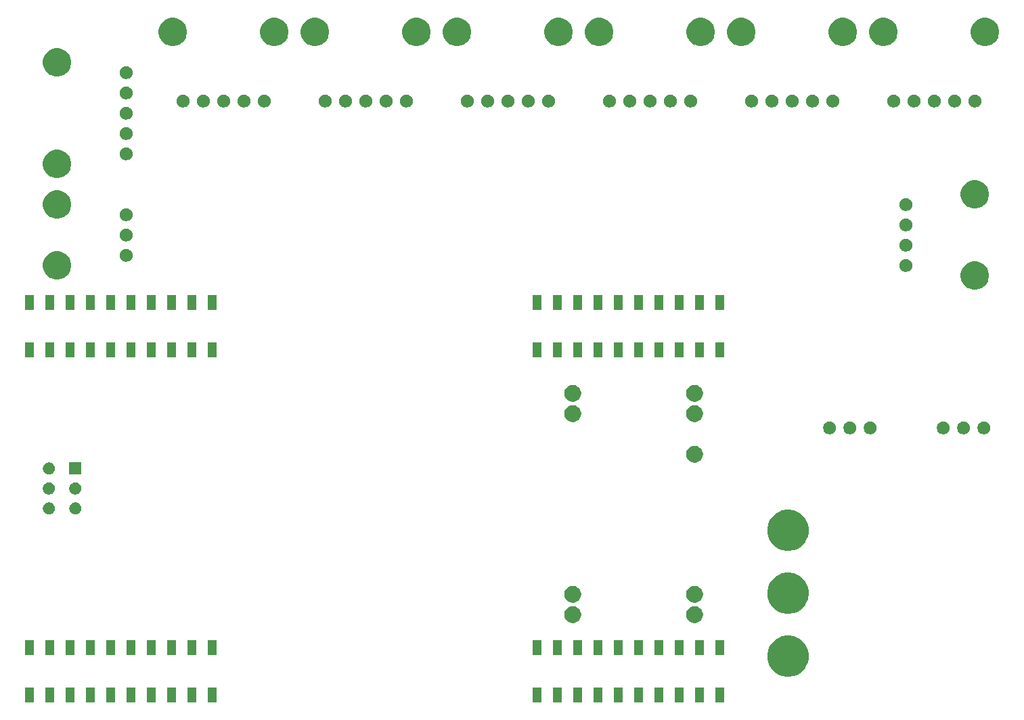
<source format=gbr>
G04 #@! TF.GenerationSoftware,KiCad,Pcbnew,(5.1.5)-3*
G04 #@! TF.CreationDate,2020-01-06T20:04:16-06:00*
G04 #@! TF.ProjectId,DriveBoard2020,44726976-6542-46f6-9172-64323032302e,rev?*
G04 #@! TF.SameCoordinates,Original*
G04 #@! TF.FileFunction,Soldermask,Bot*
G04 #@! TF.FilePolarity,Negative*
%FSLAX46Y46*%
G04 Gerber Fmt 4.6, Leading zero omitted, Abs format (unit mm)*
G04 Created by KiCad (PCBNEW (5.1.5)-3) date 2020-01-06 20:04:16*
%MOMM*%
%LPD*%
G04 APERTURE LIST*
%ADD10C,0.100000*%
G04 APERTURE END LIST*
D10*
G36*
X133197800Y-218516400D02*
G01*
X132105200Y-218516400D01*
X132105200Y-216636400D01*
X133197800Y-216636400D01*
X133197800Y-218516400D01*
G37*
G36*
X199237800Y-218516400D02*
G01*
X198145200Y-218516400D01*
X198145200Y-216636400D01*
X199237800Y-216636400D01*
X199237800Y-218516400D01*
G37*
G36*
X176377800Y-218516400D02*
G01*
X175285200Y-218516400D01*
X175285200Y-216636400D01*
X176377800Y-216636400D01*
X176377800Y-218516400D01*
G37*
G36*
X191617800Y-218516400D02*
G01*
X190525200Y-218516400D01*
X190525200Y-216636400D01*
X191617800Y-216636400D01*
X191617800Y-218516400D01*
G37*
G36*
X196697800Y-218516400D02*
G01*
X195605200Y-218516400D01*
X195605200Y-216636400D01*
X196697800Y-216636400D01*
X196697800Y-218516400D01*
G37*
G36*
X178917800Y-218516400D02*
G01*
X177825200Y-218516400D01*
X177825200Y-216636400D01*
X178917800Y-216636400D01*
X178917800Y-218516400D01*
G37*
G36*
X181457800Y-218516400D02*
G01*
X180365200Y-218516400D01*
X180365200Y-216636400D01*
X181457800Y-216636400D01*
X181457800Y-218516400D01*
G37*
G36*
X183997800Y-218516400D02*
G01*
X182905200Y-218516400D01*
X182905200Y-216636400D01*
X183997800Y-216636400D01*
X183997800Y-218516400D01*
G37*
G36*
X186537800Y-218516400D02*
G01*
X185445200Y-218516400D01*
X185445200Y-216636400D01*
X186537800Y-216636400D01*
X186537800Y-218516400D01*
G37*
G36*
X189077800Y-218516400D02*
G01*
X187985200Y-218516400D01*
X187985200Y-216636400D01*
X189077800Y-216636400D01*
X189077800Y-218516400D01*
G37*
G36*
X194157800Y-218516400D02*
G01*
X193065200Y-218516400D01*
X193065200Y-216636400D01*
X194157800Y-216636400D01*
X194157800Y-218516400D01*
G37*
G36*
X112877800Y-218516400D02*
G01*
X111785200Y-218516400D01*
X111785200Y-216636400D01*
X112877800Y-216636400D01*
X112877800Y-218516400D01*
G37*
G36*
X115417800Y-218516400D02*
G01*
X114325200Y-218516400D01*
X114325200Y-216636400D01*
X115417800Y-216636400D01*
X115417800Y-218516400D01*
G37*
G36*
X117957800Y-218516400D02*
G01*
X116865200Y-218516400D01*
X116865200Y-216636400D01*
X117957800Y-216636400D01*
X117957800Y-218516400D01*
G37*
G36*
X120497800Y-218516400D02*
G01*
X119405200Y-218516400D01*
X119405200Y-216636400D01*
X120497800Y-216636400D01*
X120497800Y-218516400D01*
G37*
G36*
X123037800Y-218516400D02*
G01*
X121945200Y-218516400D01*
X121945200Y-216636400D01*
X123037800Y-216636400D01*
X123037800Y-218516400D01*
G37*
G36*
X125577800Y-218516400D02*
G01*
X124485200Y-218516400D01*
X124485200Y-216636400D01*
X125577800Y-216636400D01*
X125577800Y-218516400D01*
G37*
G36*
X128117800Y-218516400D02*
G01*
X127025200Y-218516400D01*
X127025200Y-216636400D01*
X128117800Y-216636400D01*
X128117800Y-218516400D01*
G37*
G36*
X130657800Y-218516400D02*
G01*
X129565200Y-218516400D01*
X129565200Y-216636400D01*
X130657800Y-216636400D01*
X130657800Y-218516400D01*
G37*
G36*
X135737800Y-218516400D02*
G01*
X134645200Y-218516400D01*
X134645200Y-216636400D01*
X135737800Y-216636400D01*
X135737800Y-218516400D01*
G37*
G36*
X207852908Y-210200380D02*
G01*
X208019767Y-210233570D01*
X208491299Y-210428885D01*
X208734029Y-210591073D01*
X208915666Y-210712438D01*
X209276562Y-211073334D01*
X209397927Y-211254971D01*
X209560115Y-211497701D01*
X209755430Y-211969233D01*
X209855000Y-212469809D01*
X209855000Y-212980191D01*
X209755430Y-213480767D01*
X209560115Y-213952299D01*
X209397927Y-214195029D01*
X209276562Y-214376666D01*
X208915666Y-214737562D01*
X208734029Y-214858927D01*
X208491299Y-215021115D01*
X208019767Y-215216430D01*
X207852908Y-215249620D01*
X207519193Y-215316000D01*
X207008807Y-215316000D01*
X206675092Y-215249620D01*
X206508233Y-215216430D01*
X206036701Y-215021115D01*
X205793971Y-214858927D01*
X205612334Y-214737562D01*
X205251438Y-214376666D01*
X205130073Y-214195029D01*
X204967885Y-213952299D01*
X204772570Y-213480767D01*
X204673000Y-212980191D01*
X204673000Y-212469809D01*
X204772570Y-211969233D01*
X204967885Y-211497701D01*
X205130073Y-211254971D01*
X205251438Y-211073334D01*
X205612334Y-210712438D01*
X205793971Y-210591073D01*
X206036701Y-210428885D01*
X206508233Y-210233570D01*
X206675092Y-210200380D01*
X207008807Y-210134000D01*
X207519193Y-210134000D01*
X207852908Y-210200380D01*
G37*
G36*
X120497800Y-212623600D02*
G01*
X119405200Y-212623600D01*
X119405200Y-210743600D01*
X120497800Y-210743600D01*
X120497800Y-212623600D01*
G37*
G36*
X117957800Y-212623600D02*
G01*
X116865200Y-212623600D01*
X116865200Y-210743600D01*
X117957800Y-210743600D01*
X117957800Y-212623600D01*
G37*
G36*
X115417800Y-212623600D02*
G01*
X114325200Y-212623600D01*
X114325200Y-210743600D01*
X115417800Y-210743600D01*
X115417800Y-212623600D01*
G37*
G36*
X112877800Y-212623600D02*
G01*
X111785200Y-212623600D01*
X111785200Y-210743600D01*
X112877800Y-210743600D01*
X112877800Y-212623600D01*
G37*
G36*
X178917800Y-212623600D02*
G01*
X177825200Y-212623600D01*
X177825200Y-210743600D01*
X178917800Y-210743600D01*
X178917800Y-212623600D01*
G37*
G36*
X135737800Y-212623600D02*
G01*
X134645200Y-212623600D01*
X134645200Y-210743600D01*
X135737800Y-210743600D01*
X135737800Y-212623600D01*
G37*
G36*
X183997800Y-212623600D02*
G01*
X182905200Y-212623600D01*
X182905200Y-210743600D01*
X183997800Y-210743600D01*
X183997800Y-212623600D01*
G37*
G36*
X194157800Y-212623600D02*
G01*
X193065200Y-212623600D01*
X193065200Y-210743600D01*
X194157800Y-210743600D01*
X194157800Y-212623600D01*
G37*
G36*
X199237800Y-212623600D02*
G01*
X198145200Y-212623600D01*
X198145200Y-210743600D01*
X199237800Y-210743600D01*
X199237800Y-212623600D01*
G37*
G36*
X181457800Y-212623600D02*
G01*
X180365200Y-212623600D01*
X180365200Y-210743600D01*
X181457800Y-210743600D01*
X181457800Y-212623600D01*
G37*
G36*
X125577800Y-212623600D02*
G01*
X124485200Y-212623600D01*
X124485200Y-210743600D01*
X125577800Y-210743600D01*
X125577800Y-212623600D01*
G37*
G36*
X123037800Y-212623600D02*
G01*
X121945200Y-212623600D01*
X121945200Y-210743600D01*
X123037800Y-210743600D01*
X123037800Y-212623600D01*
G37*
G36*
X186537800Y-212623600D02*
G01*
X185445200Y-212623600D01*
X185445200Y-210743600D01*
X186537800Y-210743600D01*
X186537800Y-212623600D01*
G37*
G36*
X196697800Y-212623600D02*
G01*
X195605200Y-212623600D01*
X195605200Y-210743600D01*
X196697800Y-210743600D01*
X196697800Y-212623600D01*
G37*
G36*
X191617800Y-212623600D02*
G01*
X190525200Y-212623600D01*
X190525200Y-210743600D01*
X191617800Y-210743600D01*
X191617800Y-212623600D01*
G37*
G36*
X128117800Y-212623600D02*
G01*
X127025200Y-212623600D01*
X127025200Y-210743600D01*
X128117800Y-210743600D01*
X128117800Y-212623600D01*
G37*
G36*
X189077800Y-212623600D02*
G01*
X187985200Y-212623600D01*
X187985200Y-210743600D01*
X189077800Y-210743600D01*
X189077800Y-212623600D01*
G37*
G36*
X176377800Y-212623600D02*
G01*
X175285200Y-212623600D01*
X175285200Y-210743600D01*
X176377800Y-210743600D01*
X176377800Y-212623600D01*
G37*
G36*
X133197800Y-212623600D02*
G01*
X132105200Y-212623600D01*
X132105200Y-210743600D01*
X133197800Y-210743600D01*
X133197800Y-212623600D01*
G37*
G36*
X130657800Y-212623600D02*
G01*
X129565200Y-212623600D01*
X129565200Y-210743600D01*
X130657800Y-210743600D01*
X130657800Y-212623600D01*
G37*
G36*
X195886564Y-206514273D02*
G01*
X196077833Y-206593499D01*
X196077835Y-206593500D01*
X196249973Y-206708519D01*
X196396365Y-206854911D01*
X196511385Y-207027051D01*
X196590611Y-207218320D01*
X196631000Y-207421368D01*
X196631000Y-207628400D01*
X196590611Y-207831448D01*
X196511385Y-208022717D01*
X196511384Y-208022719D01*
X196396365Y-208194857D01*
X196249973Y-208341249D01*
X196077835Y-208456268D01*
X196077834Y-208456269D01*
X196077833Y-208456269D01*
X195886564Y-208535495D01*
X195683516Y-208575884D01*
X195476484Y-208575884D01*
X195273436Y-208535495D01*
X195082167Y-208456269D01*
X195082166Y-208456269D01*
X195082165Y-208456268D01*
X194910027Y-208341249D01*
X194763635Y-208194857D01*
X194648616Y-208022719D01*
X194648615Y-208022717D01*
X194569389Y-207831448D01*
X194529000Y-207628400D01*
X194529000Y-207421368D01*
X194569389Y-207218320D01*
X194648615Y-207027051D01*
X194763635Y-206854911D01*
X194910027Y-206708519D01*
X195082165Y-206593500D01*
X195082167Y-206593499D01*
X195273436Y-206514273D01*
X195476484Y-206473884D01*
X195683516Y-206473884D01*
X195886564Y-206514273D01*
G37*
G36*
X180646564Y-206514273D02*
G01*
X180837833Y-206593499D01*
X180837835Y-206593500D01*
X181009973Y-206708519D01*
X181156365Y-206854911D01*
X181271385Y-207027051D01*
X181350611Y-207218320D01*
X181391000Y-207421368D01*
X181391000Y-207628400D01*
X181350611Y-207831448D01*
X181271385Y-208022717D01*
X181271384Y-208022719D01*
X181156365Y-208194857D01*
X181009973Y-208341249D01*
X180837835Y-208456268D01*
X180837834Y-208456269D01*
X180837833Y-208456269D01*
X180646564Y-208535495D01*
X180443516Y-208575884D01*
X180236484Y-208575884D01*
X180033436Y-208535495D01*
X179842167Y-208456269D01*
X179842166Y-208456269D01*
X179842165Y-208456268D01*
X179670027Y-208341249D01*
X179523635Y-208194857D01*
X179408616Y-208022719D01*
X179408615Y-208022717D01*
X179329389Y-207831448D01*
X179289000Y-207628400D01*
X179289000Y-207421368D01*
X179329389Y-207218320D01*
X179408615Y-207027051D01*
X179523635Y-206854911D01*
X179670027Y-206708519D01*
X179842165Y-206593500D01*
X179842167Y-206593499D01*
X180033436Y-206514273D01*
X180236484Y-206473884D01*
X180443516Y-206473884D01*
X180646564Y-206514273D01*
G37*
G36*
X207852908Y-202326380D02*
G01*
X208019767Y-202359570D01*
X208491299Y-202554885D01*
X208734029Y-202717073D01*
X208915666Y-202838438D01*
X209276562Y-203199334D01*
X209397927Y-203380971D01*
X209560115Y-203623701D01*
X209755430Y-204095233D01*
X209755430Y-204095234D01*
X209855000Y-204595807D01*
X209855000Y-205106193D01*
X209818150Y-205291449D01*
X209755430Y-205606767D01*
X209560115Y-206078299D01*
X209397927Y-206321029D01*
X209276562Y-206502666D01*
X208915666Y-206863562D01*
X208734029Y-206984927D01*
X208491299Y-207147115D01*
X208019767Y-207342430D01*
X207852908Y-207375620D01*
X207519193Y-207442000D01*
X207008807Y-207442000D01*
X206675092Y-207375620D01*
X206508233Y-207342430D01*
X206036701Y-207147115D01*
X205793971Y-206984927D01*
X205612334Y-206863562D01*
X205251438Y-206502666D01*
X205130073Y-206321029D01*
X204967885Y-206078299D01*
X204772570Y-205606767D01*
X204709850Y-205291449D01*
X204673000Y-205106193D01*
X204673000Y-204595807D01*
X204772570Y-204095234D01*
X204772570Y-204095233D01*
X204967885Y-203623701D01*
X205130073Y-203380971D01*
X205251438Y-203199334D01*
X205612334Y-202838438D01*
X205793971Y-202717073D01*
X206036701Y-202554885D01*
X206508233Y-202359570D01*
X206675092Y-202326380D01*
X207008807Y-202260000D01*
X207519193Y-202260000D01*
X207852908Y-202326380D01*
G37*
G36*
X180646564Y-203974273D02*
G01*
X180837833Y-204053499D01*
X180837835Y-204053500D01*
X180900294Y-204095234D01*
X181009973Y-204168519D01*
X181156365Y-204314911D01*
X181271385Y-204487051D01*
X181350611Y-204678320D01*
X181391000Y-204881368D01*
X181391000Y-205088400D01*
X181350611Y-205291448D01*
X181271385Y-205482717D01*
X181271384Y-205482719D01*
X181156365Y-205654857D01*
X181009973Y-205801249D01*
X180837835Y-205916268D01*
X180837834Y-205916269D01*
X180837833Y-205916269D01*
X180646564Y-205995495D01*
X180443516Y-206035884D01*
X180236484Y-206035884D01*
X180033436Y-205995495D01*
X179842167Y-205916269D01*
X179842166Y-205916269D01*
X179842165Y-205916268D01*
X179670027Y-205801249D01*
X179523635Y-205654857D01*
X179408616Y-205482719D01*
X179408615Y-205482717D01*
X179329389Y-205291448D01*
X179289000Y-205088400D01*
X179289000Y-204881368D01*
X179329389Y-204678320D01*
X179408615Y-204487051D01*
X179523635Y-204314911D01*
X179670027Y-204168519D01*
X179779706Y-204095234D01*
X179842165Y-204053500D01*
X179842167Y-204053499D01*
X180033436Y-203974273D01*
X180236484Y-203933884D01*
X180443516Y-203933884D01*
X180646564Y-203974273D01*
G37*
G36*
X195886564Y-203974273D02*
G01*
X196077833Y-204053499D01*
X196077835Y-204053500D01*
X196140294Y-204095234D01*
X196249973Y-204168519D01*
X196396365Y-204314911D01*
X196511385Y-204487051D01*
X196590611Y-204678320D01*
X196631000Y-204881368D01*
X196631000Y-205088400D01*
X196590611Y-205291448D01*
X196511385Y-205482717D01*
X196511384Y-205482719D01*
X196396365Y-205654857D01*
X196249973Y-205801249D01*
X196077835Y-205916268D01*
X196077834Y-205916269D01*
X196077833Y-205916269D01*
X195886564Y-205995495D01*
X195683516Y-206035884D01*
X195476484Y-206035884D01*
X195273436Y-205995495D01*
X195082167Y-205916269D01*
X195082166Y-205916269D01*
X195082165Y-205916268D01*
X194910027Y-205801249D01*
X194763635Y-205654857D01*
X194648616Y-205482719D01*
X194648615Y-205482717D01*
X194569389Y-205291448D01*
X194529000Y-205088400D01*
X194529000Y-204881368D01*
X194569389Y-204678320D01*
X194648615Y-204487051D01*
X194763635Y-204314911D01*
X194910027Y-204168519D01*
X195019706Y-204095234D01*
X195082165Y-204053500D01*
X195082167Y-204053499D01*
X195273436Y-203974273D01*
X195476484Y-203933884D01*
X195683516Y-203933884D01*
X195886564Y-203974273D01*
G37*
G36*
X207852908Y-194452380D02*
G01*
X208019767Y-194485570D01*
X208491299Y-194680885D01*
X208734029Y-194843073D01*
X208915666Y-194964438D01*
X209276562Y-195325334D01*
X209397927Y-195506971D01*
X209560115Y-195749701D01*
X209755430Y-196221233D01*
X209855000Y-196721809D01*
X209855000Y-197232191D01*
X209755430Y-197732767D01*
X209560115Y-198204299D01*
X209397927Y-198447029D01*
X209276562Y-198628666D01*
X208915666Y-198989562D01*
X208734029Y-199110927D01*
X208491299Y-199273115D01*
X208019767Y-199468430D01*
X207852908Y-199501620D01*
X207519193Y-199568000D01*
X207008807Y-199568000D01*
X206675092Y-199501620D01*
X206508233Y-199468430D01*
X206036701Y-199273115D01*
X205793971Y-199110927D01*
X205612334Y-198989562D01*
X205251438Y-198628666D01*
X205130073Y-198447029D01*
X204967885Y-198204299D01*
X204772570Y-197732767D01*
X204673000Y-197232191D01*
X204673000Y-196721809D01*
X204772570Y-196221233D01*
X204967885Y-195749701D01*
X205130073Y-195506971D01*
X205251438Y-195325334D01*
X205612334Y-194964438D01*
X205793971Y-194843073D01*
X206036701Y-194680885D01*
X206508233Y-194485570D01*
X206675092Y-194452380D01*
X207008807Y-194386000D01*
X207519193Y-194386000D01*
X207852908Y-194452380D01*
G37*
G36*
X118329059Y-193507860D02*
G01*
X118465732Y-193564472D01*
X118588735Y-193646660D01*
X118693340Y-193751265D01*
X118775528Y-193874268D01*
X118832140Y-194010941D01*
X118861000Y-194156033D01*
X118861000Y-194303967D01*
X118832140Y-194449059D01*
X118775528Y-194585732D01*
X118693340Y-194708735D01*
X118588735Y-194813340D01*
X118465732Y-194895528D01*
X118465731Y-194895529D01*
X118465730Y-194895529D01*
X118329059Y-194952140D01*
X118183968Y-194981000D01*
X118036032Y-194981000D01*
X117890941Y-194952140D01*
X117754270Y-194895529D01*
X117754269Y-194895529D01*
X117754268Y-194895528D01*
X117631265Y-194813340D01*
X117526660Y-194708735D01*
X117444472Y-194585732D01*
X117387860Y-194449059D01*
X117359000Y-194303967D01*
X117359000Y-194156033D01*
X117387860Y-194010941D01*
X117444472Y-193874268D01*
X117526660Y-193751265D01*
X117631265Y-193646660D01*
X117754268Y-193564472D01*
X117890941Y-193507860D01*
X118036032Y-193479000D01*
X118183968Y-193479000D01*
X118329059Y-193507860D01*
G37*
G36*
X115029059Y-193507860D02*
G01*
X115165732Y-193564472D01*
X115288735Y-193646660D01*
X115393340Y-193751265D01*
X115475528Y-193874268D01*
X115532140Y-194010941D01*
X115561000Y-194156033D01*
X115561000Y-194303967D01*
X115532140Y-194449059D01*
X115475528Y-194585732D01*
X115393340Y-194708735D01*
X115288735Y-194813340D01*
X115165732Y-194895528D01*
X115165731Y-194895529D01*
X115165730Y-194895529D01*
X115029059Y-194952140D01*
X114883968Y-194981000D01*
X114736032Y-194981000D01*
X114590941Y-194952140D01*
X114454270Y-194895529D01*
X114454269Y-194895529D01*
X114454268Y-194895528D01*
X114331265Y-194813340D01*
X114226660Y-194708735D01*
X114144472Y-194585732D01*
X114087860Y-194449059D01*
X114059000Y-194303967D01*
X114059000Y-194156033D01*
X114087860Y-194010941D01*
X114144472Y-193874268D01*
X114226660Y-193751265D01*
X114331265Y-193646660D01*
X114454268Y-193564472D01*
X114590941Y-193507860D01*
X114736032Y-193479000D01*
X114883968Y-193479000D01*
X115029059Y-193507860D01*
G37*
G36*
X118329059Y-191007860D02*
G01*
X118465732Y-191064472D01*
X118588735Y-191146660D01*
X118693340Y-191251265D01*
X118775528Y-191374268D01*
X118832140Y-191510941D01*
X118861000Y-191656033D01*
X118861000Y-191803967D01*
X118832140Y-191949059D01*
X118775528Y-192085732D01*
X118693340Y-192208735D01*
X118588735Y-192313340D01*
X118465732Y-192395528D01*
X118465731Y-192395529D01*
X118465730Y-192395529D01*
X118329059Y-192452140D01*
X118183968Y-192481000D01*
X118036032Y-192481000D01*
X117890941Y-192452140D01*
X117754270Y-192395529D01*
X117754269Y-192395529D01*
X117754268Y-192395528D01*
X117631265Y-192313340D01*
X117526660Y-192208735D01*
X117444472Y-192085732D01*
X117387860Y-191949059D01*
X117359000Y-191803967D01*
X117359000Y-191656033D01*
X117387860Y-191510941D01*
X117444472Y-191374268D01*
X117526660Y-191251265D01*
X117631265Y-191146660D01*
X117754268Y-191064472D01*
X117890941Y-191007860D01*
X118036032Y-190979000D01*
X118183968Y-190979000D01*
X118329059Y-191007860D01*
G37*
G36*
X115029059Y-191007860D02*
G01*
X115165732Y-191064472D01*
X115288735Y-191146660D01*
X115393340Y-191251265D01*
X115475528Y-191374268D01*
X115532140Y-191510941D01*
X115561000Y-191656033D01*
X115561000Y-191803967D01*
X115532140Y-191949059D01*
X115475528Y-192085732D01*
X115393340Y-192208735D01*
X115288735Y-192313340D01*
X115165732Y-192395528D01*
X115165731Y-192395529D01*
X115165730Y-192395529D01*
X115029059Y-192452140D01*
X114883968Y-192481000D01*
X114736032Y-192481000D01*
X114590941Y-192452140D01*
X114454270Y-192395529D01*
X114454269Y-192395529D01*
X114454268Y-192395528D01*
X114331265Y-192313340D01*
X114226660Y-192208735D01*
X114144472Y-192085732D01*
X114087860Y-191949059D01*
X114059000Y-191803967D01*
X114059000Y-191656033D01*
X114087860Y-191510941D01*
X114144472Y-191374268D01*
X114226660Y-191251265D01*
X114331265Y-191146660D01*
X114454268Y-191064472D01*
X114590941Y-191007860D01*
X114736032Y-190979000D01*
X114883968Y-190979000D01*
X115029059Y-191007860D01*
G37*
G36*
X118861000Y-189981000D02*
G01*
X117359000Y-189981000D01*
X117359000Y-188479000D01*
X118861000Y-188479000D01*
X118861000Y-189981000D01*
G37*
G36*
X115029059Y-188507860D02*
G01*
X115165732Y-188564472D01*
X115288735Y-188646660D01*
X115393340Y-188751265D01*
X115475528Y-188874268D01*
X115532140Y-189010941D01*
X115561000Y-189156033D01*
X115561000Y-189303967D01*
X115532140Y-189449059D01*
X115475528Y-189585732D01*
X115393340Y-189708735D01*
X115288735Y-189813340D01*
X115165732Y-189895528D01*
X115165731Y-189895529D01*
X115165730Y-189895529D01*
X115029059Y-189952140D01*
X114883968Y-189981000D01*
X114736032Y-189981000D01*
X114590941Y-189952140D01*
X114454270Y-189895529D01*
X114454269Y-189895529D01*
X114454268Y-189895528D01*
X114331265Y-189813340D01*
X114226660Y-189708735D01*
X114144472Y-189585732D01*
X114087860Y-189449059D01*
X114059000Y-189303967D01*
X114059000Y-189156033D01*
X114087860Y-189010941D01*
X114144472Y-188874268D01*
X114226660Y-188751265D01*
X114331265Y-188646660D01*
X114454268Y-188564472D01*
X114590941Y-188507860D01*
X114736032Y-188479000D01*
X114883968Y-188479000D01*
X115029059Y-188507860D01*
G37*
G36*
X195886564Y-186448273D02*
G01*
X196077833Y-186527499D01*
X196077835Y-186527500D01*
X196249973Y-186642519D01*
X196396365Y-186788911D01*
X196511385Y-186961051D01*
X196590611Y-187152320D01*
X196631000Y-187355368D01*
X196631000Y-187562400D01*
X196590611Y-187765448D01*
X196511385Y-187956717D01*
X196511384Y-187956719D01*
X196396365Y-188128857D01*
X196249973Y-188275249D01*
X196077835Y-188390268D01*
X196077834Y-188390269D01*
X196077833Y-188390269D01*
X195886564Y-188469495D01*
X195683516Y-188509884D01*
X195476484Y-188509884D01*
X195273436Y-188469495D01*
X195082167Y-188390269D01*
X195082166Y-188390269D01*
X195082165Y-188390268D01*
X194910027Y-188275249D01*
X194763635Y-188128857D01*
X194648616Y-187956719D01*
X194648615Y-187956717D01*
X194569389Y-187765448D01*
X194529000Y-187562400D01*
X194529000Y-187355368D01*
X194569389Y-187152320D01*
X194648615Y-186961051D01*
X194763635Y-186788911D01*
X194910027Y-186642519D01*
X195082165Y-186527500D01*
X195082167Y-186527499D01*
X195273436Y-186448273D01*
X195476484Y-186407884D01*
X195683516Y-186407884D01*
X195886564Y-186448273D01*
G37*
G36*
X217788142Y-183368242D02*
G01*
X217936101Y-183429529D01*
X218069255Y-183518499D01*
X218182501Y-183631745D01*
X218271471Y-183764899D01*
X218332758Y-183912858D01*
X218364000Y-184069925D01*
X218364000Y-184230075D01*
X218332758Y-184387142D01*
X218271471Y-184535101D01*
X218182501Y-184668255D01*
X218069255Y-184781501D01*
X217936101Y-184870471D01*
X217788142Y-184931758D01*
X217631075Y-184963000D01*
X217470925Y-184963000D01*
X217313858Y-184931758D01*
X217165899Y-184870471D01*
X217032745Y-184781501D01*
X216919499Y-184668255D01*
X216830529Y-184535101D01*
X216769242Y-184387142D01*
X216738000Y-184230075D01*
X216738000Y-184069925D01*
X216769242Y-183912858D01*
X216830529Y-183764899D01*
X216919499Y-183631745D01*
X217032745Y-183518499D01*
X217165899Y-183429529D01*
X217313858Y-183368242D01*
X217470925Y-183337000D01*
X217631075Y-183337000D01*
X217788142Y-183368242D01*
G37*
G36*
X212708142Y-183368242D02*
G01*
X212856101Y-183429529D01*
X212989255Y-183518499D01*
X213102501Y-183631745D01*
X213191471Y-183764899D01*
X213252758Y-183912858D01*
X213284000Y-184069925D01*
X213284000Y-184230075D01*
X213252758Y-184387142D01*
X213191471Y-184535101D01*
X213102501Y-184668255D01*
X212989255Y-184781501D01*
X212856101Y-184870471D01*
X212708142Y-184931758D01*
X212551075Y-184963000D01*
X212390925Y-184963000D01*
X212233858Y-184931758D01*
X212085899Y-184870471D01*
X211952745Y-184781501D01*
X211839499Y-184668255D01*
X211750529Y-184535101D01*
X211689242Y-184387142D01*
X211658000Y-184230075D01*
X211658000Y-184069925D01*
X211689242Y-183912858D01*
X211750529Y-183764899D01*
X211839499Y-183631745D01*
X211952745Y-183518499D01*
X212085899Y-183429529D01*
X212233858Y-183368242D01*
X212390925Y-183337000D01*
X212551075Y-183337000D01*
X212708142Y-183368242D01*
G37*
G36*
X215248142Y-183368242D02*
G01*
X215396101Y-183429529D01*
X215529255Y-183518499D01*
X215642501Y-183631745D01*
X215731471Y-183764899D01*
X215792758Y-183912858D01*
X215824000Y-184069925D01*
X215824000Y-184230075D01*
X215792758Y-184387142D01*
X215731471Y-184535101D01*
X215642501Y-184668255D01*
X215529255Y-184781501D01*
X215396101Y-184870471D01*
X215248142Y-184931758D01*
X215091075Y-184963000D01*
X214930925Y-184963000D01*
X214773858Y-184931758D01*
X214625899Y-184870471D01*
X214492745Y-184781501D01*
X214379499Y-184668255D01*
X214290529Y-184535101D01*
X214229242Y-184387142D01*
X214198000Y-184230075D01*
X214198000Y-184069925D01*
X214229242Y-183912858D01*
X214290529Y-183764899D01*
X214379499Y-183631745D01*
X214492745Y-183518499D01*
X214625899Y-183429529D01*
X214773858Y-183368242D01*
X214930925Y-183337000D01*
X215091075Y-183337000D01*
X215248142Y-183368242D01*
G37*
G36*
X226932142Y-183368242D02*
G01*
X227080101Y-183429529D01*
X227213255Y-183518499D01*
X227326501Y-183631745D01*
X227415471Y-183764899D01*
X227476758Y-183912858D01*
X227508000Y-184069925D01*
X227508000Y-184230075D01*
X227476758Y-184387142D01*
X227415471Y-184535101D01*
X227326501Y-184668255D01*
X227213255Y-184781501D01*
X227080101Y-184870471D01*
X226932142Y-184931758D01*
X226775075Y-184963000D01*
X226614925Y-184963000D01*
X226457858Y-184931758D01*
X226309899Y-184870471D01*
X226176745Y-184781501D01*
X226063499Y-184668255D01*
X225974529Y-184535101D01*
X225913242Y-184387142D01*
X225882000Y-184230075D01*
X225882000Y-184069925D01*
X225913242Y-183912858D01*
X225974529Y-183764899D01*
X226063499Y-183631745D01*
X226176745Y-183518499D01*
X226309899Y-183429529D01*
X226457858Y-183368242D01*
X226614925Y-183337000D01*
X226775075Y-183337000D01*
X226932142Y-183368242D01*
G37*
G36*
X229472142Y-183368242D02*
G01*
X229620101Y-183429529D01*
X229753255Y-183518499D01*
X229866501Y-183631745D01*
X229955471Y-183764899D01*
X230016758Y-183912858D01*
X230048000Y-184069925D01*
X230048000Y-184230075D01*
X230016758Y-184387142D01*
X229955471Y-184535101D01*
X229866501Y-184668255D01*
X229753255Y-184781501D01*
X229620101Y-184870471D01*
X229472142Y-184931758D01*
X229315075Y-184963000D01*
X229154925Y-184963000D01*
X228997858Y-184931758D01*
X228849899Y-184870471D01*
X228716745Y-184781501D01*
X228603499Y-184668255D01*
X228514529Y-184535101D01*
X228453242Y-184387142D01*
X228422000Y-184230075D01*
X228422000Y-184069925D01*
X228453242Y-183912858D01*
X228514529Y-183764899D01*
X228603499Y-183631745D01*
X228716745Y-183518499D01*
X228849899Y-183429529D01*
X228997858Y-183368242D01*
X229154925Y-183337000D01*
X229315075Y-183337000D01*
X229472142Y-183368242D01*
G37*
G36*
X232012142Y-183368242D02*
G01*
X232160101Y-183429529D01*
X232293255Y-183518499D01*
X232406501Y-183631745D01*
X232495471Y-183764899D01*
X232556758Y-183912858D01*
X232588000Y-184069925D01*
X232588000Y-184230075D01*
X232556758Y-184387142D01*
X232495471Y-184535101D01*
X232406501Y-184668255D01*
X232293255Y-184781501D01*
X232160101Y-184870471D01*
X232012142Y-184931758D01*
X231855075Y-184963000D01*
X231694925Y-184963000D01*
X231537858Y-184931758D01*
X231389899Y-184870471D01*
X231256745Y-184781501D01*
X231143499Y-184668255D01*
X231054529Y-184535101D01*
X230993242Y-184387142D01*
X230962000Y-184230075D01*
X230962000Y-184069925D01*
X230993242Y-183912858D01*
X231054529Y-183764899D01*
X231143499Y-183631745D01*
X231256745Y-183518499D01*
X231389899Y-183429529D01*
X231537858Y-183368242D01*
X231694925Y-183337000D01*
X231855075Y-183337000D01*
X232012142Y-183368242D01*
G37*
G36*
X180646564Y-181368273D02*
G01*
X180837833Y-181447499D01*
X180837835Y-181447500D01*
X181009973Y-181562519D01*
X181156365Y-181708911D01*
X181271385Y-181881051D01*
X181350611Y-182072320D01*
X181391000Y-182275368D01*
X181391000Y-182482400D01*
X181350611Y-182685448D01*
X181271385Y-182876717D01*
X181271384Y-182876719D01*
X181156365Y-183048857D01*
X181009973Y-183195249D01*
X180837835Y-183310268D01*
X180837834Y-183310269D01*
X180837833Y-183310269D01*
X180646564Y-183389495D01*
X180443516Y-183429884D01*
X180236484Y-183429884D01*
X180033436Y-183389495D01*
X179842167Y-183310269D01*
X179842166Y-183310269D01*
X179842165Y-183310268D01*
X179670027Y-183195249D01*
X179523635Y-183048857D01*
X179408616Y-182876719D01*
X179408615Y-182876717D01*
X179329389Y-182685448D01*
X179289000Y-182482400D01*
X179289000Y-182275368D01*
X179329389Y-182072320D01*
X179408615Y-181881051D01*
X179523635Y-181708911D01*
X179670027Y-181562519D01*
X179842165Y-181447500D01*
X179842167Y-181447499D01*
X180033436Y-181368273D01*
X180236484Y-181327884D01*
X180443516Y-181327884D01*
X180646564Y-181368273D01*
G37*
G36*
X195886564Y-181368273D02*
G01*
X196077833Y-181447499D01*
X196077835Y-181447500D01*
X196249973Y-181562519D01*
X196396365Y-181708911D01*
X196511385Y-181881051D01*
X196590611Y-182072320D01*
X196631000Y-182275368D01*
X196631000Y-182482400D01*
X196590611Y-182685448D01*
X196511385Y-182876717D01*
X196511384Y-182876719D01*
X196396365Y-183048857D01*
X196249973Y-183195249D01*
X196077835Y-183310268D01*
X196077834Y-183310269D01*
X196077833Y-183310269D01*
X195886564Y-183389495D01*
X195683516Y-183429884D01*
X195476484Y-183429884D01*
X195273436Y-183389495D01*
X195082167Y-183310269D01*
X195082166Y-183310269D01*
X195082165Y-183310268D01*
X194910027Y-183195249D01*
X194763635Y-183048857D01*
X194648616Y-182876719D01*
X194648615Y-182876717D01*
X194569389Y-182685448D01*
X194529000Y-182482400D01*
X194529000Y-182275368D01*
X194569389Y-182072320D01*
X194648615Y-181881051D01*
X194763635Y-181708911D01*
X194910027Y-181562519D01*
X195082165Y-181447500D01*
X195082167Y-181447499D01*
X195273436Y-181368273D01*
X195476484Y-181327884D01*
X195683516Y-181327884D01*
X195886564Y-181368273D01*
G37*
G36*
X180646564Y-178828273D02*
G01*
X180837833Y-178907499D01*
X180837835Y-178907500D01*
X181009973Y-179022519D01*
X181156365Y-179168911D01*
X181271385Y-179341051D01*
X181350611Y-179532320D01*
X181391000Y-179735368D01*
X181391000Y-179942400D01*
X181350611Y-180145448D01*
X181271385Y-180336717D01*
X181271384Y-180336719D01*
X181156365Y-180508857D01*
X181009973Y-180655249D01*
X180837835Y-180770268D01*
X180837834Y-180770269D01*
X180837833Y-180770269D01*
X180646564Y-180849495D01*
X180443516Y-180889884D01*
X180236484Y-180889884D01*
X180033436Y-180849495D01*
X179842167Y-180770269D01*
X179842166Y-180770269D01*
X179842165Y-180770268D01*
X179670027Y-180655249D01*
X179523635Y-180508857D01*
X179408616Y-180336719D01*
X179408615Y-180336717D01*
X179329389Y-180145448D01*
X179289000Y-179942400D01*
X179289000Y-179735368D01*
X179329389Y-179532320D01*
X179408615Y-179341051D01*
X179523635Y-179168911D01*
X179670027Y-179022519D01*
X179842165Y-178907500D01*
X179842167Y-178907499D01*
X180033436Y-178828273D01*
X180236484Y-178787884D01*
X180443516Y-178787884D01*
X180646564Y-178828273D01*
G37*
G36*
X195886564Y-178828273D02*
G01*
X196077833Y-178907499D01*
X196077835Y-178907500D01*
X196249973Y-179022519D01*
X196396365Y-179168911D01*
X196511385Y-179341051D01*
X196590611Y-179532320D01*
X196631000Y-179735368D01*
X196631000Y-179942400D01*
X196590611Y-180145448D01*
X196511385Y-180336717D01*
X196511384Y-180336719D01*
X196396365Y-180508857D01*
X196249973Y-180655249D01*
X196077835Y-180770268D01*
X196077834Y-180770269D01*
X196077833Y-180770269D01*
X195886564Y-180849495D01*
X195683516Y-180889884D01*
X195476484Y-180889884D01*
X195273436Y-180849495D01*
X195082167Y-180770269D01*
X195082166Y-180770269D01*
X195082165Y-180770268D01*
X194910027Y-180655249D01*
X194763635Y-180508857D01*
X194648616Y-180336719D01*
X194648615Y-180336717D01*
X194569389Y-180145448D01*
X194529000Y-179942400D01*
X194529000Y-179735368D01*
X194569389Y-179532320D01*
X194648615Y-179341051D01*
X194763635Y-179168911D01*
X194910027Y-179022519D01*
X195082165Y-178907500D01*
X195082167Y-178907499D01*
X195273436Y-178828273D01*
X195476484Y-178787884D01*
X195683516Y-178787884D01*
X195886564Y-178828273D01*
G37*
G36*
X178917800Y-175336400D02*
G01*
X177825200Y-175336400D01*
X177825200Y-173456400D01*
X178917800Y-173456400D01*
X178917800Y-175336400D01*
G37*
G36*
X176377800Y-175336400D02*
G01*
X175285200Y-175336400D01*
X175285200Y-173456400D01*
X176377800Y-173456400D01*
X176377800Y-175336400D01*
G37*
G36*
X128117800Y-175336400D02*
G01*
X127025200Y-175336400D01*
X127025200Y-173456400D01*
X128117800Y-173456400D01*
X128117800Y-175336400D01*
G37*
G36*
X130657800Y-175336400D02*
G01*
X129565200Y-175336400D01*
X129565200Y-173456400D01*
X130657800Y-173456400D01*
X130657800Y-175336400D01*
G37*
G36*
X133197800Y-175336400D02*
G01*
X132105200Y-175336400D01*
X132105200Y-173456400D01*
X133197800Y-173456400D01*
X133197800Y-175336400D01*
G37*
G36*
X135737800Y-175336400D02*
G01*
X134645200Y-175336400D01*
X134645200Y-173456400D01*
X135737800Y-173456400D01*
X135737800Y-175336400D01*
G37*
G36*
X123037800Y-175336400D02*
G01*
X121945200Y-175336400D01*
X121945200Y-173456400D01*
X123037800Y-173456400D01*
X123037800Y-175336400D01*
G37*
G36*
X120497800Y-175336400D02*
G01*
X119405200Y-175336400D01*
X119405200Y-173456400D01*
X120497800Y-173456400D01*
X120497800Y-175336400D01*
G37*
G36*
X117957800Y-175336400D02*
G01*
X116865200Y-175336400D01*
X116865200Y-173456400D01*
X117957800Y-173456400D01*
X117957800Y-175336400D01*
G37*
G36*
X115417800Y-175336400D02*
G01*
X114325200Y-175336400D01*
X114325200Y-173456400D01*
X115417800Y-173456400D01*
X115417800Y-175336400D01*
G37*
G36*
X191617800Y-175336400D02*
G01*
X190525200Y-175336400D01*
X190525200Y-173456400D01*
X191617800Y-173456400D01*
X191617800Y-175336400D01*
G37*
G36*
X112877800Y-175336400D02*
G01*
X111785200Y-175336400D01*
X111785200Y-173456400D01*
X112877800Y-173456400D01*
X112877800Y-175336400D01*
G37*
G36*
X183997800Y-175336400D02*
G01*
X182905200Y-175336400D01*
X182905200Y-173456400D01*
X183997800Y-173456400D01*
X183997800Y-175336400D01*
G37*
G36*
X125577800Y-175336400D02*
G01*
X124485200Y-175336400D01*
X124485200Y-173456400D01*
X125577800Y-173456400D01*
X125577800Y-175336400D01*
G37*
G36*
X199237800Y-175336400D02*
G01*
X198145200Y-175336400D01*
X198145200Y-173456400D01*
X199237800Y-173456400D01*
X199237800Y-175336400D01*
G37*
G36*
X196697800Y-175336400D02*
G01*
X195605200Y-175336400D01*
X195605200Y-173456400D01*
X196697800Y-173456400D01*
X196697800Y-175336400D01*
G37*
G36*
X189077800Y-175336400D02*
G01*
X187985200Y-175336400D01*
X187985200Y-173456400D01*
X189077800Y-173456400D01*
X189077800Y-175336400D01*
G37*
G36*
X181457800Y-175336400D02*
G01*
X180365200Y-175336400D01*
X180365200Y-173456400D01*
X181457800Y-173456400D01*
X181457800Y-175336400D01*
G37*
G36*
X194157800Y-175336400D02*
G01*
X193065200Y-175336400D01*
X193065200Y-173456400D01*
X194157800Y-173456400D01*
X194157800Y-175336400D01*
G37*
G36*
X186537800Y-175336400D02*
G01*
X185445200Y-175336400D01*
X185445200Y-173456400D01*
X186537800Y-173456400D01*
X186537800Y-175336400D01*
G37*
G36*
X135737800Y-169443600D02*
G01*
X134645200Y-169443600D01*
X134645200Y-167563600D01*
X135737800Y-167563600D01*
X135737800Y-169443600D01*
G37*
G36*
X133197800Y-169443600D02*
G01*
X132105200Y-169443600D01*
X132105200Y-167563600D01*
X133197800Y-167563600D01*
X133197800Y-169443600D01*
G37*
G36*
X130657800Y-169443600D02*
G01*
X129565200Y-169443600D01*
X129565200Y-167563600D01*
X130657800Y-167563600D01*
X130657800Y-169443600D01*
G37*
G36*
X128117800Y-169443600D02*
G01*
X127025200Y-169443600D01*
X127025200Y-167563600D01*
X128117800Y-167563600D01*
X128117800Y-169443600D01*
G37*
G36*
X125577800Y-169443600D02*
G01*
X124485200Y-169443600D01*
X124485200Y-167563600D01*
X125577800Y-167563600D01*
X125577800Y-169443600D01*
G37*
G36*
X123037800Y-169443600D02*
G01*
X121945200Y-169443600D01*
X121945200Y-167563600D01*
X123037800Y-167563600D01*
X123037800Y-169443600D01*
G37*
G36*
X120497800Y-169443600D02*
G01*
X119405200Y-169443600D01*
X119405200Y-167563600D01*
X120497800Y-167563600D01*
X120497800Y-169443600D01*
G37*
G36*
X117957800Y-169443600D02*
G01*
X116865200Y-169443600D01*
X116865200Y-167563600D01*
X117957800Y-167563600D01*
X117957800Y-169443600D01*
G37*
G36*
X115417800Y-169443600D02*
G01*
X114325200Y-169443600D01*
X114325200Y-167563600D01*
X115417800Y-167563600D01*
X115417800Y-169443600D01*
G37*
G36*
X112877800Y-169443600D02*
G01*
X111785200Y-169443600D01*
X111785200Y-167563600D01*
X112877800Y-167563600D01*
X112877800Y-169443600D01*
G37*
G36*
X181457800Y-169443600D02*
G01*
X180365200Y-169443600D01*
X180365200Y-167563600D01*
X181457800Y-167563600D01*
X181457800Y-169443600D01*
G37*
G36*
X176377800Y-169443600D02*
G01*
X175285200Y-169443600D01*
X175285200Y-167563600D01*
X176377800Y-167563600D01*
X176377800Y-169443600D01*
G37*
G36*
X183997800Y-169443600D02*
G01*
X182905200Y-169443600D01*
X182905200Y-167563600D01*
X183997800Y-167563600D01*
X183997800Y-169443600D01*
G37*
G36*
X186537800Y-169443600D02*
G01*
X185445200Y-169443600D01*
X185445200Y-167563600D01*
X186537800Y-167563600D01*
X186537800Y-169443600D01*
G37*
G36*
X178917800Y-169443600D02*
G01*
X177825200Y-169443600D01*
X177825200Y-167563600D01*
X178917800Y-167563600D01*
X178917800Y-169443600D01*
G37*
G36*
X196697800Y-169443600D02*
G01*
X195605200Y-169443600D01*
X195605200Y-167563600D01*
X196697800Y-167563600D01*
X196697800Y-169443600D01*
G37*
G36*
X189077800Y-169443600D02*
G01*
X187985200Y-169443600D01*
X187985200Y-167563600D01*
X189077800Y-167563600D01*
X189077800Y-169443600D01*
G37*
G36*
X199237800Y-169443600D02*
G01*
X198145200Y-169443600D01*
X198145200Y-167563600D01*
X199237800Y-167563600D01*
X199237800Y-169443600D01*
G37*
G36*
X191617800Y-169443600D02*
G01*
X190525200Y-169443600D01*
X190525200Y-167563600D01*
X191617800Y-167563600D01*
X191617800Y-169443600D01*
G37*
G36*
X194157800Y-169443600D02*
G01*
X193065200Y-169443600D01*
X193065200Y-167563600D01*
X194157800Y-167563600D01*
X194157800Y-169443600D01*
G37*
G36*
X231150039Y-163392250D02*
G01*
X231339372Y-163470675D01*
X231473251Y-163526129D01*
X231764134Y-163720491D01*
X232011509Y-163967866D01*
X232205871Y-164258749D01*
X232205871Y-164258750D01*
X232339750Y-164581961D01*
X232408000Y-164925078D01*
X232408000Y-165274922D01*
X232339750Y-165618039D01*
X232261325Y-165807372D01*
X232205871Y-165941251D01*
X232011509Y-166232134D01*
X231764134Y-166479509D01*
X231473251Y-166673871D01*
X231339372Y-166729325D01*
X231150039Y-166807750D01*
X230806922Y-166876000D01*
X230457078Y-166876000D01*
X230113961Y-166807750D01*
X229924628Y-166729325D01*
X229790749Y-166673871D01*
X229499866Y-166479509D01*
X229252491Y-166232134D01*
X229058129Y-165941251D01*
X229002675Y-165807372D01*
X228924250Y-165618039D01*
X228856000Y-165274922D01*
X228856000Y-164925078D01*
X228924250Y-164581961D01*
X229058129Y-164258750D01*
X229058129Y-164258749D01*
X229252491Y-163967866D01*
X229499866Y-163720491D01*
X229790749Y-163526129D01*
X229924628Y-163470675D01*
X230113961Y-163392250D01*
X230457078Y-163324000D01*
X230806922Y-163324000D01*
X231150039Y-163392250D01*
G37*
G36*
X116342039Y-162122250D02*
G01*
X116531372Y-162200675D01*
X116665251Y-162256129D01*
X116956134Y-162450491D01*
X117203509Y-162697866D01*
X117397871Y-162988749D01*
X117397871Y-162988750D01*
X117531750Y-163311961D01*
X117600000Y-163655078D01*
X117600000Y-164004922D01*
X117531750Y-164348039D01*
X117484753Y-164461499D01*
X117397871Y-164671251D01*
X117203509Y-164962134D01*
X116956134Y-165209509D01*
X116665251Y-165403871D01*
X116531372Y-165459325D01*
X116342039Y-165537750D01*
X115998922Y-165606000D01*
X115649078Y-165606000D01*
X115305961Y-165537750D01*
X115116628Y-165459325D01*
X114982749Y-165403871D01*
X114691866Y-165209509D01*
X114444491Y-164962134D01*
X114250129Y-164671251D01*
X114163247Y-164461499D01*
X114116250Y-164348039D01*
X114048000Y-164004922D01*
X114048000Y-163655078D01*
X114116250Y-163311961D01*
X114250129Y-162988750D01*
X114250129Y-162988749D01*
X114444491Y-162697866D01*
X114691866Y-162450491D01*
X114982749Y-162256129D01*
X115116628Y-162200675D01*
X115305961Y-162122250D01*
X115649078Y-162054000D01*
X115998922Y-162054000D01*
X116342039Y-162122250D01*
G37*
G36*
X222233142Y-163048242D02*
G01*
X222381101Y-163109529D01*
X222514255Y-163198499D01*
X222627501Y-163311745D01*
X222716471Y-163444899D01*
X222777758Y-163592858D01*
X222809000Y-163749925D01*
X222809000Y-163910075D01*
X222777758Y-164067142D01*
X222716471Y-164215101D01*
X222627501Y-164348255D01*
X222514255Y-164461501D01*
X222381101Y-164550471D01*
X222233142Y-164611758D01*
X222076075Y-164643000D01*
X221915925Y-164643000D01*
X221758858Y-164611758D01*
X221610899Y-164550471D01*
X221477745Y-164461501D01*
X221364499Y-164348255D01*
X221275529Y-164215101D01*
X221214242Y-164067142D01*
X221183000Y-163910075D01*
X221183000Y-163749925D01*
X221214242Y-163592858D01*
X221275529Y-163444899D01*
X221364499Y-163311745D01*
X221477745Y-163198499D01*
X221610899Y-163109529D01*
X221758858Y-163048242D01*
X221915925Y-163017000D01*
X222076075Y-163017000D01*
X222233142Y-163048242D01*
G37*
G36*
X124697142Y-161778242D02*
G01*
X124845101Y-161839529D01*
X124978255Y-161928499D01*
X125091501Y-162041745D01*
X125180471Y-162174899D01*
X125241758Y-162322858D01*
X125273000Y-162479925D01*
X125273000Y-162640075D01*
X125241758Y-162797142D01*
X125180471Y-162945101D01*
X125091501Y-163078255D01*
X124978255Y-163191501D01*
X124845101Y-163280471D01*
X124697142Y-163341758D01*
X124540075Y-163373000D01*
X124379925Y-163373000D01*
X124222858Y-163341758D01*
X124074899Y-163280471D01*
X123941745Y-163191501D01*
X123828499Y-163078255D01*
X123739529Y-162945101D01*
X123678242Y-162797142D01*
X123647000Y-162640075D01*
X123647000Y-162479925D01*
X123678242Y-162322858D01*
X123739529Y-162174899D01*
X123828499Y-162041745D01*
X123941745Y-161928499D01*
X124074899Y-161839529D01*
X124222858Y-161778242D01*
X124379925Y-161747000D01*
X124540075Y-161747000D01*
X124697142Y-161778242D01*
G37*
G36*
X222233142Y-160508242D02*
G01*
X222381101Y-160569529D01*
X222514255Y-160658499D01*
X222627501Y-160771745D01*
X222716471Y-160904899D01*
X222777758Y-161052858D01*
X222809000Y-161209925D01*
X222809000Y-161370075D01*
X222777758Y-161527142D01*
X222716471Y-161675101D01*
X222627501Y-161808255D01*
X222514255Y-161921501D01*
X222381101Y-162010471D01*
X222233142Y-162071758D01*
X222076075Y-162103000D01*
X221915925Y-162103000D01*
X221758858Y-162071758D01*
X221610899Y-162010471D01*
X221477745Y-161921501D01*
X221364499Y-161808255D01*
X221275529Y-161675101D01*
X221214242Y-161527142D01*
X221183000Y-161370075D01*
X221183000Y-161209925D01*
X221214242Y-161052858D01*
X221275529Y-160904899D01*
X221364499Y-160771745D01*
X221477745Y-160658499D01*
X221610899Y-160569529D01*
X221758858Y-160508242D01*
X221915925Y-160477000D01*
X222076075Y-160477000D01*
X222233142Y-160508242D01*
G37*
G36*
X124697142Y-159238242D02*
G01*
X124845101Y-159299529D01*
X124978255Y-159388499D01*
X125091501Y-159501745D01*
X125180471Y-159634899D01*
X125241758Y-159782858D01*
X125273000Y-159939925D01*
X125273000Y-160100075D01*
X125241758Y-160257142D01*
X125180471Y-160405101D01*
X125091501Y-160538255D01*
X124978255Y-160651501D01*
X124845101Y-160740471D01*
X124697142Y-160801758D01*
X124540075Y-160833000D01*
X124379925Y-160833000D01*
X124222858Y-160801758D01*
X124074899Y-160740471D01*
X123941745Y-160651501D01*
X123828499Y-160538255D01*
X123739529Y-160405101D01*
X123678242Y-160257142D01*
X123647000Y-160100075D01*
X123647000Y-159939925D01*
X123678242Y-159782858D01*
X123739529Y-159634899D01*
X123828499Y-159501745D01*
X123941745Y-159388499D01*
X124074899Y-159299529D01*
X124222858Y-159238242D01*
X124379925Y-159207000D01*
X124540075Y-159207000D01*
X124697142Y-159238242D01*
G37*
G36*
X222233142Y-157968242D02*
G01*
X222381101Y-158029529D01*
X222514255Y-158118499D01*
X222627501Y-158231745D01*
X222716471Y-158364899D01*
X222777758Y-158512858D01*
X222809000Y-158669925D01*
X222809000Y-158830075D01*
X222777758Y-158987142D01*
X222716471Y-159135101D01*
X222627501Y-159268255D01*
X222514255Y-159381501D01*
X222381101Y-159470471D01*
X222233142Y-159531758D01*
X222076075Y-159563000D01*
X221915925Y-159563000D01*
X221758858Y-159531758D01*
X221610899Y-159470471D01*
X221477745Y-159381501D01*
X221364499Y-159268255D01*
X221275529Y-159135101D01*
X221214242Y-158987142D01*
X221183000Y-158830075D01*
X221183000Y-158669925D01*
X221214242Y-158512858D01*
X221275529Y-158364899D01*
X221364499Y-158231745D01*
X221477745Y-158118499D01*
X221610899Y-158029529D01*
X221758858Y-157968242D01*
X221915925Y-157937000D01*
X222076075Y-157937000D01*
X222233142Y-157968242D01*
G37*
G36*
X124697142Y-156698242D02*
G01*
X124845101Y-156759529D01*
X124978255Y-156848499D01*
X125091501Y-156961745D01*
X125180471Y-157094899D01*
X125241758Y-157242858D01*
X125273000Y-157399925D01*
X125273000Y-157560075D01*
X125241758Y-157717142D01*
X125180471Y-157865101D01*
X125091501Y-157998255D01*
X124978255Y-158111501D01*
X124845101Y-158200471D01*
X124697142Y-158261758D01*
X124540075Y-158293000D01*
X124379925Y-158293000D01*
X124222858Y-158261758D01*
X124074899Y-158200471D01*
X123941745Y-158111501D01*
X123828499Y-157998255D01*
X123739529Y-157865101D01*
X123678242Y-157717142D01*
X123647000Y-157560075D01*
X123647000Y-157399925D01*
X123678242Y-157242858D01*
X123739529Y-157094899D01*
X123828499Y-156961745D01*
X123941745Y-156848499D01*
X124074899Y-156759529D01*
X124222858Y-156698242D01*
X124379925Y-156667000D01*
X124540075Y-156667000D01*
X124697142Y-156698242D01*
G37*
G36*
X116342039Y-154502250D02*
G01*
X116531372Y-154580675D01*
X116665251Y-154636129D01*
X116956134Y-154830491D01*
X117203509Y-155077866D01*
X117397871Y-155368749D01*
X117397871Y-155368750D01*
X117531750Y-155691961D01*
X117600000Y-156035078D01*
X117600000Y-156384922D01*
X117531750Y-156728039D01*
X117481853Y-156848501D01*
X117397871Y-157051251D01*
X117203509Y-157342134D01*
X116956134Y-157589509D01*
X116665251Y-157783871D01*
X116531372Y-157839325D01*
X116342039Y-157917750D01*
X115998922Y-157986000D01*
X115649078Y-157986000D01*
X115305961Y-157917750D01*
X115116628Y-157839325D01*
X114982749Y-157783871D01*
X114691866Y-157589509D01*
X114444491Y-157342134D01*
X114250129Y-157051251D01*
X114166147Y-156848501D01*
X114116250Y-156728039D01*
X114048000Y-156384922D01*
X114048000Y-156035078D01*
X114116250Y-155691961D01*
X114250129Y-155368750D01*
X114250129Y-155368749D01*
X114444491Y-155077866D01*
X114691866Y-154830491D01*
X114982749Y-154636129D01*
X115116628Y-154580675D01*
X115305961Y-154502250D01*
X115649078Y-154434000D01*
X115998922Y-154434000D01*
X116342039Y-154502250D01*
G37*
G36*
X222233142Y-155428242D02*
G01*
X222381101Y-155489529D01*
X222514255Y-155578499D01*
X222627501Y-155691745D01*
X222716471Y-155824899D01*
X222777758Y-155972858D01*
X222809000Y-156129925D01*
X222809000Y-156290075D01*
X222777758Y-156447142D01*
X222716471Y-156595101D01*
X222627501Y-156728255D01*
X222514255Y-156841501D01*
X222381101Y-156930471D01*
X222233142Y-156991758D01*
X222076075Y-157023000D01*
X221915925Y-157023000D01*
X221758858Y-156991758D01*
X221610899Y-156930471D01*
X221477745Y-156841501D01*
X221364499Y-156728255D01*
X221275529Y-156595101D01*
X221214242Y-156447142D01*
X221183000Y-156290075D01*
X221183000Y-156129925D01*
X221214242Y-155972858D01*
X221275529Y-155824899D01*
X221364499Y-155691745D01*
X221477745Y-155578499D01*
X221610899Y-155489529D01*
X221758858Y-155428242D01*
X221915925Y-155397000D01*
X222076075Y-155397000D01*
X222233142Y-155428242D01*
G37*
G36*
X231150039Y-153232250D02*
G01*
X231339372Y-153310675D01*
X231473251Y-153366129D01*
X231764134Y-153560491D01*
X232011509Y-153807866D01*
X232205871Y-154098749D01*
X232205871Y-154098750D01*
X232339750Y-154421961D01*
X232408000Y-154765078D01*
X232408000Y-155114922D01*
X232339750Y-155458039D01*
X232289853Y-155578501D01*
X232205871Y-155781251D01*
X232011509Y-156072134D01*
X231764134Y-156319509D01*
X231473251Y-156513871D01*
X231339372Y-156569325D01*
X231150039Y-156647750D01*
X230806922Y-156716000D01*
X230457078Y-156716000D01*
X230113961Y-156647750D01*
X229924628Y-156569325D01*
X229790749Y-156513871D01*
X229499866Y-156319509D01*
X229252491Y-156072134D01*
X229058129Y-155781251D01*
X228974147Y-155578501D01*
X228924250Y-155458039D01*
X228856000Y-155114922D01*
X228856000Y-154765078D01*
X228924250Y-154421961D01*
X229058129Y-154098750D01*
X229058129Y-154098749D01*
X229252491Y-153807866D01*
X229499866Y-153560491D01*
X229790749Y-153366129D01*
X229924628Y-153310675D01*
X230113961Y-153232250D01*
X230457078Y-153164000D01*
X230806922Y-153164000D01*
X231150039Y-153232250D01*
G37*
G36*
X116342039Y-149422250D02*
G01*
X116531372Y-149500675D01*
X116665251Y-149556129D01*
X116956134Y-149750491D01*
X117203509Y-149997866D01*
X117397871Y-150288749D01*
X117397871Y-150288750D01*
X117531750Y-150611961D01*
X117600000Y-150955078D01*
X117600000Y-151304922D01*
X117531750Y-151648039D01*
X117453325Y-151837372D01*
X117397871Y-151971251D01*
X117203509Y-152262134D01*
X116956134Y-152509509D01*
X116665251Y-152703871D01*
X116531372Y-152759325D01*
X116342039Y-152837750D01*
X115998922Y-152906000D01*
X115649078Y-152906000D01*
X115305961Y-152837750D01*
X115116628Y-152759325D01*
X114982749Y-152703871D01*
X114691866Y-152509509D01*
X114444491Y-152262134D01*
X114250129Y-151971251D01*
X114194675Y-151837372D01*
X114116250Y-151648039D01*
X114048000Y-151304922D01*
X114048000Y-150955078D01*
X114116250Y-150611961D01*
X114250129Y-150288750D01*
X114250129Y-150288749D01*
X114444491Y-149997866D01*
X114691866Y-149750491D01*
X114982749Y-149556129D01*
X115116628Y-149500675D01*
X115305961Y-149422250D01*
X115649078Y-149354000D01*
X115998922Y-149354000D01*
X116342039Y-149422250D01*
G37*
G36*
X124697142Y-149078242D02*
G01*
X124845101Y-149139529D01*
X124978255Y-149228499D01*
X125091501Y-149341745D01*
X125180471Y-149474899D01*
X125241758Y-149622858D01*
X125273000Y-149779925D01*
X125273000Y-149940075D01*
X125241758Y-150097142D01*
X125180471Y-150245101D01*
X125091501Y-150378255D01*
X124978255Y-150491501D01*
X124845101Y-150580471D01*
X124697142Y-150641758D01*
X124540075Y-150673000D01*
X124379925Y-150673000D01*
X124222858Y-150641758D01*
X124074899Y-150580471D01*
X123941745Y-150491501D01*
X123828499Y-150378255D01*
X123739529Y-150245101D01*
X123678242Y-150097142D01*
X123647000Y-149940075D01*
X123647000Y-149779925D01*
X123678242Y-149622858D01*
X123739529Y-149474899D01*
X123828499Y-149341745D01*
X123941745Y-149228499D01*
X124074899Y-149139529D01*
X124222858Y-149078242D01*
X124379925Y-149047000D01*
X124540075Y-149047000D01*
X124697142Y-149078242D01*
G37*
G36*
X124697142Y-146538242D02*
G01*
X124845101Y-146599529D01*
X124978255Y-146688499D01*
X125091501Y-146801745D01*
X125180471Y-146934899D01*
X125241758Y-147082858D01*
X125273000Y-147239925D01*
X125273000Y-147400075D01*
X125241758Y-147557142D01*
X125180471Y-147705101D01*
X125091501Y-147838255D01*
X124978255Y-147951501D01*
X124845101Y-148040471D01*
X124697142Y-148101758D01*
X124540075Y-148133000D01*
X124379925Y-148133000D01*
X124222858Y-148101758D01*
X124074899Y-148040471D01*
X123941745Y-147951501D01*
X123828499Y-147838255D01*
X123739529Y-147705101D01*
X123678242Y-147557142D01*
X123647000Y-147400075D01*
X123647000Y-147239925D01*
X123678242Y-147082858D01*
X123739529Y-146934899D01*
X123828499Y-146801745D01*
X123941745Y-146688499D01*
X124074899Y-146599529D01*
X124222858Y-146538242D01*
X124379925Y-146507000D01*
X124540075Y-146507000D01*
X124697142Y-146538242D01*
G37*
G36*
X124697142Y-143998242D02*
G01*
X124845101Y-144059529D01*
X124978255Y-144148499D01*
X125091501Y-144261745D01*
X125180471Y-144394899D01*
X125241758Y-144542858D01*
X125273000Y-144699925D01*
X125273000Y-144860075D01*
X125241758Y-145017142D01*
X125180471Y-145165101D01*
X125091501Y-145298255D01*
X124978255Y-145411501D01*
X124845101Y-145500471D01*
X124697142Y-145561758D01*
X124540075Y-145593000D01*
X124379925Y-145593000D01*
X124222858Y-145561758D01*
X124074899Y-145500471D01*
X123941745Y-145411501D01*
X123828499Y-145298255D01*
X123739529Y-145165101D01*
X123678242Y-145017142D01*
X123647000Y-144860075D01*
X123647000Y-144699925D01*
X123678242Y-144542858D01*
X123739529Y-144394899D01*
X123828499Y-144261745D01*
X123941745Y-144148499D01*
X124074899Y-144059529D01*
X124222858Y-143998242D01*
X124379925Y-143967000D01*
X124540075Y-143967000D01*
X124697142Y-143998242D01*
G37*
G36*
X152129142Y-142474242D02*
G01*
X152277101Y-142535529D01*
X152410255Y-142624499D01*
X152523501Y-142737745D01*
X152612471Y-142870899D01*
X152673758Y-143018858D01*
X152705000Y-143175925D01*
X152705000Y-143336075D01*
X152673758Y-143493142D01*
X152612471Y-143641101D01*
X152523501Y-143774255D01*
X152410255Y-143887501D01*
X152277101Y-143976471D01*
X152129142Y-144037758D01*
X151972075Y-144069000D01*
X151811925Y-144069000D01*
X151654858Y-144037758D01*
X151506899Y-143976471D01*
X151373745Y-143887501D01*
X151260499Y-143774255D01*
X151171529Y-143641101D01*
X151110242Y-143493142D01*
X151079000Y-143336075D01*
X151079000Y-143175925D01*
X151110242Y-143018858D01*
X151171529Y-142870899D01*
X151260499Y-142737745D01*
X151373745Y-142624499D01*
X151506899Y-142535529D01*
X151654858Y-142474242D01*
X151811925Y-142443000D01*
X151972075Y-142443000D01*
X152129142Y-142474242D01*
G37*
G36*
X149589142Y-142474242D02*
G01*
X149737101Y-142535529D01*
X149870255Y-142624499D01*
X149983501Y-142737745D01*
X150072471Y-142870899D01*
X150133758Y-143018858D01*
X150165000Y-143175925D01*
X150165000Y-143336075D01*
X150133758Y-143493142D01*
X150072471Y-143641101D01*
X149983501Y-143774255D01*
X149870255Y-143887501D01*
X149737101Y-143976471D01*
X149589142Y-144037758D01*
X149432075Y-144069000D01*
X149271925Y-144069000D01*
X149114858Y-144037758D01*
X148966899Y-143976471D01*
X148833745Y-143887501D01*
X148720499Y-143774255D01*
X148631529Y-143641101D01*
X148570242Y-143493142D01*
X148539000Y-143336075D01*
X148539000Y-143175925D01*
X148570242Y-143018858D01*
X148631529Y-142870899D01*
X148720499Y-142737745D01*
X148833745Y-142624499D01*
X148966899Y-142535529D01*
X149114858Y-142474242D01*
X149271925Y-142443000D01*
X149432075Y-142443000D01*
X149589142Y-142474242D01*
G37*
G36*
X185149142Y-142474242D02*
G01*
X185297101Y-142535529D01*
X185430255Y-142624499D01*
X185543501Y-142737745D01*
X185632471Y-142870899D01*
X185693758Y-143018858D01*
X185725000Y-143175925D01*
X185725000Y-143336075D01*
X185693758Y-143493142D01*
X185632471Y-143641101D01*
X185543501Y-143774255D01*
X185430255Y-143887501D01*
X185297101Y-143976471D01*
X185149142Y-144037758D01*
X184992075Y-144069000D01*
X184831925Y-144069000D01*
X184674858Y-144037758D01*
X184526899Y-143976471D01*
X184393745Y-143887501D01*
X184280499Y-143774255D01*
X184191529Y-143641101D01*
X184130242Y-143493142D01*
X184099000Y-143336075D01*
X184099000Y-143175925D01*
X184130242Y-143018858D01*
X184191529Y-142870899D01*
X184280499Y-142737745D01*
X184393745Y-142624499D01*
X184526899Y-142535529D01*
X184674858Y-142474242D01*
X184831925Y-142443000D01*
X184992075Y-142443000D01*
X185149142Y-142474242D01*
G37*
G36*
X187689142Y-142474242D02*
G01*
X187837101Y-142535529D01*
X187970255Y-142624499D01*
X188083501Y-142737745D01*
X188172471Y-142870899D01*
X188233758Y-143018858D01*
X188265000Y-143175925D01*
X188265000Y-143336075D01*
X188233758Y-143493142D01*
X188172471Y-143641101D01*
X188083501Y-143774255D01*
X187970255Y-143887501D01*
X187837101Y-143976471D01*
X187689142Y-144037758D01*
X187532075Y-144069000D01*
X187371925Y-144069000D01*
X187214858Y-144037758D01*
X187066899Y-143976471D01*
X186933745Y-143887501D01*
X186820499Y-143774255D01*
X186731529Y-143641101D01*
X186670242Y-143493142D01*
X186639000Y-143336075D01*
X186639000Y-143175925D01*
X186670242Y-143018858D01*
X186731529Y-142870899D01*
X186820499Y-142737745D01*
X186933745Y-142624499D01*
X187066899Y-142535529D01*
X187214858Y-142474242D01*
X187371925Y-142443000D01*
X187532075Y-142443000D01*
X187689142Y-142474242D01*
G37*
G36*
X190229142Y-142474242D02*
G01*
X190377101Y-142535529D01*
X190510255Y-142624499D01*
X190623501Y-142737745D01*
X190712471Y-142870899D01*
X190773758Y-143018858D01*
X190805000Y-143175925D01*
X190805000Y-143336075D01*
X190773758Y-143493142D01*
X190712471Y-143641101D01*
X190623501Y-143774255D01*
X190510255Y-143887501D01*
X190377101Y-143976471D01*
X190229142Y-144037758D01*
X190072075Y-144069000D01*
X189911925Y-144069000D01*
X189754858Y-144037758D01*
X189606899Y-143976471D01*
X189473745Y-143887501D01*
X189360499Y-143774255D01*
X189271529Y-143641101D01*
X189210242Y-143493142D01*
X189179000Y-143336075D01*
X189179000Y-143175925D01*
X189210242Y-143018858D01*
X189271529Y-142870899D01*
X189360499Y-142737745D01*
X189473745Y-142624499D01*
X189606899Y-142535529D01*
X189754858Y-142474242D01*
X189911925Y-142443000D01*
X190072075Y-142443000D01*
X190229142Y-142474242D01*
G37*
G36*
X192769142Y-142474242D02*
G01*
X192917101Y-142535529D01*
X193050255Y-142624499D01*
X193163501Y-142737745D01*
X193252471Y-142870899D01*
X193313758Y-143018858D01*
X193345000Y-143175925D01*
X193345000Y-143336075D01*
X193313758Y-143493142D01*
X193252471Y-143641101D01*
X193163501Y-143774255D01*
X193050255Y-143887501D01*
X192917101Y-143976471D01*
X192769142Y-144037758D01*
X192612075Y-144069000D01*
X192451925Y-144069000D01*
X192294858Y-144037758D01*
X192146899Y-143976471D01*
X192013745Y-143887501D01*
X191900499Y-143774255D01*
X191811529Y-143641101D01*
X191750242Y-143493142D01*
X191719000Y-143336075D01*
X191719000Y-143175925D01*
X191750242Y-143018858D01*
X191811529Y-142870899D01*
X191900499Y-142737745D01*
X192013745Y-142624499D01*
X192146899Y-142535529D01*
X192294858Y-142474242D01*
X192451925Y-142443000D01*
X192612075Y-142443000D01*
X192769142Y-142474242D01*
G37*
G36*
X195309142Y-142474242D02*
G01*
X195457101Y-142535529D01*
X195590255Y-142624499D01*
X195703501Y-142737745D01*
X195792471Y-142870899D01*
X195853758Y-143018858D01*
X195885000Y-143175925D01*
X195885000Y-143336075D01*
X195853758Y-143493142D01*
X195792471Y-143641101D01*
X195703501Y-143774255D01*
X195590255Y-143887501D01*
X195457101Y-143976471D01*
X195309142Y-144037758D01*
X195152075Y-144069000D01*
X194991925Y-144069000D01*
X194834858Y-144037758D01*
X194686899Y-143976471D01*
X194553745Y-143887501D01*
X194440499Y-143774255D01*
X194351529Y-143641101D01*
X194290242Y-143493142D01*
X194259000Y-143336075D01*
X194259000Y-143175925D01*
X194290242Y-143018858D01*
X194351529Y-142870899D01*
X194440499Y-142737745D01*
X194553745Y-142624499D01*
X194686899Y-142535529D01*
X194834858Y-142474242D01*
X194991925Y-142443000D01*
X195152075Y-142443000D01*
X195309142Y-142474242D01*
G37*
G36*
X220709142Y-142474242D02*
G01*
X220857101Y-142535529D01*
X220990255Y-142624499D01*
X221103501Y-142737745D01*
X221192471Y-142870899D01*
X221253758Y-143018858D01*
X221285000Y-143175925D01*
X221285000Y-143336075D01*
X221253758Y-143493142D01*
X221192471Y-143641101D01*
X221103501Y-143774255D01*
X220990255Y-143887501D01*
X220857101Y-143976471D01*
X220709142Y-144037758D01*
X220552075Y-144069000D01*
X220391925Y-144069000D01*
X220234858Y-144037758D01*
X220086899Y-143976471D01*
X219953745Y-143887501D01*
X219840499Y-143774255D01*
X219751529Y-143641101D01*
X219690242Y-143493142D01*
X219659000Y-143336075D01*
X219659000Y-143175925D01*
X219690242Y-143018858D01*
X219751529Y-142870899D01*
X219840499Y-142737745D01*
X219953745Y-142624499D01*
X220086899Y-142535529D01*
X220234858Y-142474242D01*
X220391925Y-142443000D01*
X220552075Y-142443000D01*
X220709142Y-142474242D01*
G37*
G36*
X131809142Y-142474242D02*
G01*
X131957101Y-142535529D01*
X132090255Y-142624499D01*
X132203501Y-142737745D01*
X132292471Y-142870899D01*
X132353758Y-143018858D01*
X132385000Y-143175925D01*
X132385000Y-143336075D01*
X132353758Y-143493142D01*
X132292471Y-143641101D01*
X132203501Y-143774255D01*
X132090255Y-143887501D01*
X131957101Y-143976471D01*
X131809142Y-144037758D01*
X131652075Y-144069000D01*
X131491925Y-144069000D01*
X131334858Y-144037758D01*
X131186899Y-143976471D01*
X131053745Y-143887501D01*
X130940499Y-143774255D01*
X130851529Y-143641101D01*
X130790242Y-143493142D01*
X130759000Y-143336075D01*
X130759000Y-143175925D01*
X130790242Y-143018858D01*
X130851529Y-142870899D01*
X130940499Y-142737745D01*
X131053745Y-142624499D01*
X131186899Y-142535529D01*
X131334858Y-142474242D01*
X131491925Y-142443000D01*
X131652075Y-142443000D01*
X131809142Y-142474242D01*
G37*
G36*
X223249142Y-142474242D02*
G01*
X223397101Y-142535529D01*
X223530255Y-142624499D01*
X223643501Y-142737745D01*
X223732471Y-142870899D01*
X223793758Y-143018858D01*
X223825000Y-143175925D01*
X223825000Y-143336075D01*
X223793758Y-143493142D01*
X223732471Y-143641101D01*
X223643501Y-143774255D01*
X223530255Y-143887501D01*
X223397101Y-143976471D01*
X223249142Y-144037758D01*
X223092075Y-144069000D01*
X222931925Y-144069000D01*
X222774858Y-144037758D01*
X222626899Y-143976471D01*
X222493745Y-143887501D01*
X222380499Y-143774255D01*
X222291529Y-143641101D01*
X222230242Y-143493142D01*
X222199000Y-143336075D01*
X222199000Y-143175925D01*
X222230242Y-143018858D01*
X222291529Y-142870899D01*
X222380499Y-142737745D01*
X222493745Y-142624499D01*
X222626899Y-142535529D01*
X222774858Y-142474242D01*
X222931925Y-142443000D01*
X223092075Y-142443000D01*
X223249142Y-142474242D01*
G37*
G36*
X225789142Y-142474242D02*
G01*
X225937101Y-142535529D01*
X226070255Y-142624499D01*
X226183501Y-142737745D01*
X226272471Y-142870899D01*
X226333758Y-143018858D01*
X226365000Y-143175925D01*
X226365000Y-143336075D01*
X226333758Y-143493142D01*
X226272471Y-143641101D01*
X226183501Y-143774255D01*
X226070255Y-143887501D01*
X225937101Y-143976471D01*
X225789142Y-144037758D01*
X225632075Y-144069000D01*
X225471925Y-144069000D01*
X225314858Y-144037758D01*
X225166899Y-143976471D01*
X225033745Y-143887501D01*
X224920499Y-143774255D01*
X224831529Y-143641101D01*
X224770242Y-143493142D01*
X224739000Y-143336075D01*
X224739000Y-143175925D01*
X224770242Y-143018858D01*
X224831529Y-142870899D01*
X224920499Y-142737745D01*
X225033745Y-142624499D01*
X225166899Y-142535529D01*
X225314858Y-142474242D01*
X225471925Y-142443000D01*
X225632075Y-142443000D01*
X225789142Y-142474242D01*
G37*
G36*
X228329142Y-142474242D02*
G01*
X228477101Y-142535529D01*
X228610255Y-142624499D01*
X228723501Y-142737745D01*
X228812471Y-142870899D01*
X228873758Y-143018858D01*
X228905000Y-143175925D01*
X228905000Y-143336075D01*
X228873758Y-143493142D01*
X228812471Y-143641101D01*
X228723501Y-143774255D01*
X228610255Y-143887501D01*
X228477101Y-143976471D01*
X228329142Y-144037758D01*
X228172075Y-144069000D01*
X228011925Y-144069000D01*
X227854858Y-144037758D01*
X227706899Y-143976471D01*
X227573745Y-143887501D01*
X227460499Y-143774255D01*
X227371529Y-143641101D01*
X227310242Y-143493142D01*
X227279000Y-143336075D01*
X227279000Y-143175925D01*
X227310242Y-143018858D01*
X227371529Y-142870899D01*
X227460499Y-142737745D01*
X227573745Y-142624499D01*
X227706899Y-142535529D01*
X227854858Y-142474242D01*
X228011925Y-142443000D01*
X228172075Y-142443000D01*
X228329142Y-142474242D01*
G37*
G36*
X139429142Y-142474242D02*
G01*
X139577101Y-142535529D01*
X139710255Y-142624499D01*
X139823501Y-142737745D01*
X139912471Y-142870899D01*
X139973758Y-143018858D01*
X140005000Y-143175925D01*
X140005000Y-143336075D01*
X139973758Y-143493142D01*
X139912471Y-143641101D01*
X139823501Y-143774255D01*
X139710255Y-143887501D01*
X139577101Y-143976471D01*
X139429142Y-144037758D01*
X139272075Y-144069000D01*
X139111925Y-144069000D01*
X138954858Y-144037758D01*
X138806899Y-143976471D01*
X138673745Y-143887501D01*
X138560499Y-143774255D01*
X138471529Y-143641101D01*
X138410242Y-143493142D01*
X138379000Y-143336075D01*
X138379000Y-143175925D01*
X138410242Y-143018858D01*
X138471529Y-142870899D01*
X138560499Y-142737745D01*
X138673745Y-142624499D01*
X138806899Y-142535529D01*
X138954858Y-142474242D01*
X139111925Y-142443000D01*
X139272075Y-142443000D01*
X139429142Y-142474242D01*
G37*
G36*
X141969142Y-142474242D02*
G01*
X142117101Y-142535529D01*
X142250255Y-142624499D01*
X142363501Y-142737745D01*
X142452471Y-142870899D01*
X142513758Y-143018858D01*
X142545000Y-143175925D01*
X142545000Y-143336075D01*
X142513758Y-143493142D01*
X142452471Y-143641101D01*
X142363501Y-143774255D01*
X142250255Y-143887501D01*
X142117101Y-143976471D01*
X141969142Y-144037758D01*
X141812075Y-144069000D01*
X141651925Y-144069000D01*
X141494858Y-144037758D01*
X141346899Y-143976471D01*
X141213745Y-143887501D01*
X141100499Y-143774255D01*
X141011529Y-143641101D01*
X140950242Y-143493142D01*
X140919000Y-143336075D01*
X140919000Y-143175925D01*
X140950242Y-143018858D01*
X141011529Y-142870899D01*
X141100499Y-142737745D01*
X141213745Y-142624499D01*
X141346899Y-142535529D01*
X141494858Y-142474242D01*
X141651925Y-142443000D01*
X141812075Y-142443000D01*
X141969142Y-142474242D01*
G37*
G36*
X134349142Y-142474242D02*
G01*
X134497101Y-142535529D01*
X134630255Y-142624499D01*
X134743501Y-142737745D01*
X134832471Y-142870899D01*
X134893758Y-143018858D01*
X134925000Y-143175925D01*
X134925000Y-143336075D01*
X134893758Y-143493142D01*
X134832471Y-143641101D01*
X134743501Y-143774255D01*
X134630255Y-143887501D01*
X134497101Y-143976471D01*
X134349142Y-144037758D01*
X134192075Y-144069000D01*
X134031925Y-144069000D01*
X133874858Y-144037758D01*
X133726899Y-143976471D01*
X133593745Y-143887501D01*
X133480499Y-143774255D01*
X133391529Y-143641101D01*
X133330242Y-143493142D01*
X133299000Y-143336075D01*
X133299000Y-143175925D01*
X133330242Y-143018858D01*
X133391529Y-142870899D01*
X133480499Y-142737745D01*
X133593745Y-142624499D01*
X133726899Y-142535529D01*
X133874858Y-142474242D01*
X134031925Y-142443000D01*
X134192075Y-142443000D01*
X134349142Y-142474242D01*
G37*
G36*
X157209142Y-142474242D02*
G01*
X157357101Y-142535529D01*
X157490255Y-142624499D01*
X157603501Y-142737745D01*
X157692471Y-142870899D01*
X157753758Y-143018858D01*
X157785000Y-143175925D01*
X157785000Y-143336075D01*
X157753758Y-143493142D01*
X157692471Y-143641101D01*
X157603501Y-143774255D01*
X157490255Y-143887501D01*
X157357101Y-143976471D01*
X157209142Y-144037758D01*
X157052075Y-144069000D01*
X156891925Y-144069000D01*
X156734858Y-144037758D01*
X156586899Y-143976471D01*
X156453745Y-143887501D01*
X156340499Y-143774255D01*
X156251529Y-143641101D01*
X156190242Y-143493142D01*
X156159000Y-143336075D01*
X156159000Y-143175925D01*
X156190242Y-143018858D01*
X156251529Y-142870899D01*
X156340499Y-142737745D01*
X156453745Y-142624499D01*
X156586899Y-142535529D01*
X156734858Y-142474242D01*
X156891925Y-142443000D01*
X157052075Y-142443000D01*
X157209142Y-142474242D01*
G37*
G36*
X159749142Y-142474242D02*
G01*
X159897101Y-142535529D01*
X160030255Y-142624499D01*
X160143501Y-142737745D01*
X160232471Y-142870899D01*
X160293758Y-143018858D01*
X160325000Y-143175925D01*
X160325000Y-143336075D01*
X160293758Y-143493142D01*
X160232471Y-143641101D01*
X160143501Y-143774255D01*
X160030255Y-143887501D01*
X159897101Y-143976471D01*
X159749142Y-144037758D01*
X159592075Y-144069000D01*
X159431925Y-144069000D01*
X159274858Y-144037758D01*
X159126899Y-143976471D01*
X158993745Y-143887501D01*
X158880499Y-143774255D01*
X158791529Y-143641101D01*
X158730242Y-143493142D01*
X158699000Y-143336075D01*
X158699000Y-143175925D01*
X158730242Y-143018858D01*
X158791529Y-142870899D01*
X158880499Y-142737745D01*
X158993745Y-142624499D01*
X159126899Y-142535529D01*
X159274858Y-142474242D01*
X159431925Y-142443000D01*
X159592075Y-142443000D01*
X159749142Y-142474242D01*
G37*
G36*
X230869142Y-142474242D02*
G01*
X231017101Y-142535529D01*
X231150255Y-142624499D01*
X231263501Y-142737745D01*
X231352471Y-142870899D01*
X231413758Y-143018858D01*
X231445000Y-143175925D01*
X231445000Y-143336075D01*
X231413758Y-143493142D01*
X231352471Y-143641101D01*
X231263501Y-143774255D01*
X231150255Y-143887501D01*
X231017101Y-143976471D01*
X230869142Y-144037758D01*
X230712075Y-144069000D01*
X230551925Y-144069000D01*
X230394858Y-144037758D01*
X230246899Y-143976471D01*
X230113745Y-143887501D01*
X230000499Y-143774255D01*
X229911529Y-143641101D01*
X229850242Y-143493142D01*
X229819000Y-143336075D01*
X229819000Y-143175925D01*
X229850242Y-143018858D01*
X229911529Y-142870899D01*
X230000499Y-142737745D01*
X230113745Y-142624499D01*
X230246899Y-142535529D01*
X230394858Y-142474242D01*
X230551925Y-142443000D01*
X230712075Y-142443000D01*
X230869142Y-142474242D01*
G37*
G36*
X167369142Y-142474242D02*
G01*
X167517101Y-142535529D01*
X167650255Y-142624499D01*
X167763501Y-142737745D01*
X167852471Y-142870899D01*
X167913758Y-143018858D01*
X167945000Y-143175925D01*
X167945000Y-143336075D01*
X167913758Y-143493142D01*
X167852471Y-143641101D01*
X167763501Y-143774255D01*
X167650255Y-143887501D01*
X167517101Y-143976471D01*
X167369142Y-144037758D01*
X167212075Y-144069000D01*
X167051925Y-144069000D01*
X166894858Y-144037758D01*
X166746899Y-143976471D01*
X166613745Y-143887501D01*
X166500499Y-143774255D01*
X166411529Y-143641101D01*
X166350242Y-143493142D01*
X166319000Y-143336075D01*
X166319000Y-143175925D01*
X166350242Y-143018858D01*
X166411529Y-142870899D01*
X166500499Y-142737745D01*
X166613745Y-142624499D01*
X166746899Y-142535529D01*
X166894858Y-142474242D01*
X167051925Y-142443000D01*
X167212075Y-142443000D01*
X167369142Y-142474242D01*
G37*
G36*
X169909142Y-142474242D02*
G01*
X170057101Y-142535529D01*
X170190255Y-142624499D01*
X170303501Y-142737745D01*
X170392471Y-142870899D01*
X170453758Y-143018858D01*
X170485000Y-143175925D01*
X170485000Y-143336075D01*
X170453758Y-143493142D01*
X170392471Y-143641101D01*
X170303501Y-143774255D01*
X170190255Y-143887501D01*
X170057101Y-143976471D01*
X169909142Y-144037758D01*
X169752075Y-144069000D01*
X169591925Y-144069000D01*
X169434858Y-144037758D01*
X169286899Y-143976471D01*
X169153745Y-143887501D01*
X169040499Y-143774255D01*
X168951529Y-143641101D01*
X168890242Y-143493142D01*
X168859000Y-143336075D01*
X168859000Y-143175925D01*
X168890242Y-143018858D01*
X168951529Y-142870899D01*
X169040499Y-142737745D01*
X169153745Y-142624499D01*
X169286899Y-142535529D01*
X169434858Y-142474242D01*
X169591925Y-142443000D01*
X169752075Y-142443000D01*
X169909142Y-142474242D01*
G37*
G36*
X172449142Y-142474242D02*
G01*
X172597101Y-142535529D01*
X172730255Y-142624499D01*
X172843501Y-142737745D01*
X172932471Y-142870899D01*
X172993758Y-143018858D01*
X173025000Y-143175925D01*
X173025000Y-143336075D01*
X172993758Y-143493142D01*
X172932471Y-143641101D01*
X172843501Y-143774255D01*
X172730255Y-143887501D01*
X172597101Y-143976471D01*
X172449142Y-144037758D01*
X172292075Y-144069000D01*
X172131925Y-144069000D01*
X171974858Y-144037758D01*
X171826899Y-143976471D01*
X171693745Y-143887501D01*
X171580499Y-143774255D01*
X171491529Y-143641101D01*
X171430242Y-143493142D01*
X171399000Y-143336075D01*
X171399000Y-143175925D01*
X171430242Y-143018858D01*
X171491529Y-142870899D01*
X171580499Y-142737745D01*
X171693745Y-142624499D01*
X171826899Y-142535529D01*
X171974858Y-142474242D01*
X172131925Y-142443000D01*
X172292075Y-142443000D01*
X172449142Y-142474242D01*
G37*
G36*
X174989142Y-142474242D02*
G01*
X175137101Y-142535529D01*
X175270255Y-142624499D01*
X175383501Y-142737745D01*
X175472471Y-142870899D01*
X175533758Y-143018858D01*
X175565000Y-143175925D01*
X175565000Y-143336075D01*
X175533758Y-143493142D01*
X175472471Y-143641101D01*
X175383501Y-143774255D01*
X175270255Y-143887501D01*
X175137101Y-143976471D01*
X174989142Y-144037758D01*
X174832075Y-144069000D01*
X174671925Y-144069000D01*
X174514858Y-144037758D01*
X174366899Y-143976471D01*
X174233745Y-143887501D01*
X174120499Y-143774255D01*
X174031529Y-143641101D01*
X173970242Y-143493142D01*
X173939000Y-143336075D01*
X173939000Y-143175925D01*
X173970242Y-143018858D01*
X174031529Y-142870899D01*
X174120499Y-142737745D01*
X174233745Y-142624499D01*
X174366899Y-142535529D01*
X174514858Y-142474242D01*
X174671925Y-142443000D01*
X174832075Y-142443000D01*
X174989142Y-142474242D01*
G37*
G36*
X177529142Y-142474242D02*
G01*
X177677101Y-142535529D01*
X177810255Y-142624499D01*
X177923501Y-142737745D01*
X178012471Y-142870899D01*
X178073758Y-143018858D01*
X178105000Y-143175925D01*
X178105000Y-143336075D01*
X178073758Y-143493142D01*
X178012471Y-143641101D01*
X177923501Y-143774255D01*
X177810255Y-143887501D01*
X177677101Y-143976471D01*
X177529142Y-144037758D01*
X177372075Y-144069000D01*
X177211925Y-144069000D01*
X177054858Y-144037758D01*
X176906899Y-143976471D01*
X176773745Y-143887501D01*
X176660499Y-143774255D01*
X176571529Y-143641101D01*
X176510242Y-143493142D01*
X176479000Y-143336075D01*
X176479000Y-143175925D01*
X176510242Y-143018858D01*
X176571529Y-142870899D01*
X176660499Y-142737745D01*
X176773745Y-142624499D01*
X176906899Y-142535529D01*
X177054858Y-142474242D01*
X177211925Y-142443000D01*
X177372075Y-142443000D01*
X177529142Y-142474242D01*
G37*
G36*
X213089142Y-142474242D02*
G01*
X213237101Y-142535529D01*
X213370255Y-142624499D01*
X213483501Y-142737745D01*
X213572471Y-142870899D01*
X213633758Y-143018858D01*
X213665000Y-143175925D01*
X213665000Y-143336075D01*
X213633758Y-143493142D01*
X213572471Y-143641101D01*
X213483501Y-143774255D01*
X213370255Y-143887501D01*
X213237101Y-143976471D01*
X213089142Y-144037758D01*
X212932075Y-144069000D01*
X212771925Y-144069000D01*
X212614858Y-144037758D01*
X212466899Y-143976471D01*
X212333745Y-143887501D01*
X212220499Y-143774255D01*
X212131529Y-143641101D01*
X212070242Y-143493142D01*
X212039000Y-143336075D01*
X212039000Y-143175925D01*
X212070242Y-143018858D01*
X212131529Y-142870899D01*
X212220499Y-142737745D01*
X212333745Y-142624499D01*
X212466899Y-142535529D01*
X212614858Y-142474242D01*
X212771925Y-142443000D01*
X212932075Y-142443000D01*
X213089142Y-142474242D01*
G37*
G36*
X210549142Y-142474242D02*
G01*
X210697101Y-142535529D01*
X210830255Y-142624499D01*
X210943501Y-142737745D01*
X211032471Y-142870899D01*
X211093758Y-143018858D01*
X211125000Y-143175925D01*
X211125000Y-143336075D01*
X211093758Y-143493142D01*
X211032471Y-143641101D01*
X210943501Y-143774255D01*
X210830255Y-143887501D01*
X210697101Y-143976471D01*
X210549142Y-144037758D01*
X210392075Y-144069000D01*
X210231925Y-144069000D01*
X210074858Y-144037758D01*
X209926899Y-143976471D01*
X209793745Y-143887501D01*
X209680499Y-143774255D01*
X209591529Y-143641101D01*
X209530242Y-143493142D01*
X209499000Y-143336075D01*
X209499000Y-143175925D01*
X209530242Y-143018858D01*
X209591529Y-142870899D01*
X209680499Y-142737745D01*
X209793745Y-142624499D01*
X209926899Y-142535529D01*
X210074858Y-142474242D01*
X210231925Y-142443000D01*
X210392075Y-142443000D01*
X210549142Y-142474242D01*
G37*
G36*
X208009142Y-142474242D02*
G01*
X208157101Y-142535529D01*
X208290255Y-142624499D01*
X208403501Y-142737745D01*
X208492471Y-142870899D01*
X208553758Y-143018858D01*
X208585000Y-143175925D01*
X208585000Y-143336075D01*
X208553758Y-143493142D01*
X208492471Y-143641101D01*
X208403501Y-143774255D01*
X208290255Y-143887501D01*
X208157101Y-143976471D01*
X208009142Y-144037758D01*
X207852075Y-144069000D01*
X207691925Y-144069000D01*
X207534858Y-144037758D01*
X207386899Y-143976471D01*
X207253745Y-143887501D01*
X207140499Y-143774255D01*
X207051529Y-143641101D01*
X206990242Y-143493142D01*
X206959000Y-143336075D01*
X206959000Y-143175925D01*
X206990242Y-143018858D01*
X207051529Y-142870899D01*
X207140499Y-142737745D01*
X207253745Y-142624499D01*
X207386899Y-142535529D01*
X207534858Y-142474242D01*
X207691925Y-142443000D01*
X207852075Y-142443000D01*
X208009142Y-142474242D01*
G37*
G36*
X205469142Y-142474242D02*
G01*
X205617101Y-142535529D01*
X205750255Y-142624499D01*
X205863501Y-142737745D01*
X205952471Y-142870899D01*
X206013758Y-143018858D01*
X206045000Y-143175925D01*
X206045000Y-143336075D01*
X206013758Y-143493142D01*
X205952471Y-143641101D01*
X205863501Y-143774255D01*
X205750255Y-143887501D01*
X205617101Y-143976471D01*
X205469142Y-144037758D01*
X205312075Y-144069000D01*
X205151925Y-144069000D01*
X204994858Y-144037758D01*
X204846899Y-143976471D01*
X204713745Y-143887501D01*
X204600499Y-143774255D01*
X204511529Y-143641101D01*
X204450242Y-143493142D01*
X204419000Y-143336075D01*
X204419000Y-143175925D01*
X204450242Y-143018858D01*
X204511529Y-142870899D01*
X204600499Y-142737745D01*
X204713745Y-142624499D01*
X204846899Y-142535529D01*
X204994858Y-142474242D01*
X205151925Y-142443000D01*
X205312075Y-142443000D01*
X205469142Y-142474242D01*
G37*
G36*
X202929142Y-142474242D02*
G01*
X203077101Y-142535529D01*
X203210255Y-142624499D01*
X203323501Y-142737745D01*
X203412471Y-142870899D01*
X203473758Y-143018858D01*
X203505000Y-143175925D01*
X203505000Y-143336075D01*
X203473758Y-143493142D01*
X203412471Y-143641101D01*
X203323501Y-143774255D01*
X203210255Y-143887501D01*
X203077101Y-143976471D01*
X202929142Y-144037758D01*
X202772075Y-144069000D01*
X202611925Y-144069000D01*
X202454858Y-144037758D01*
X202306899Y-143976471D01*
X202173745Y-143887501D01*
X202060499Y-143774255D01*
X201971529Y-143641101D01*
X201910242Y-143493142D01*
X201879000Y-143336075D01*
X201879000Y-143175925D01*
X201910242Y-143018858D01*
X201971529Y-142870899D01*
X202060499Y-142737745D01*
X202173745Y-142624499D01*
X202306899Y-142535529D01*
X202454858Y-142474242D01*
X202611925Y-142443000D01*
X202772075Y-142443000D01*
X202929142Y-142474242D01*
G37*
G36*
X136889142Y-142474242D02*
G01*
X137037101Y-142535529D01*
X137170255Y-142624499D01*
X137283501Y-142737745D01*
X137372471Y-142870899D01*
X137433758Y-143018858D01*
X137465000Y-143175925D01*
X137465000Y-143336075D01*
X137433758Y-143493142D01*
X137372471Y-143641101D01*
X137283501Y-143774255D01*
X137170255Y-143887501D01*
X137037101Y-143976471D01*
X136889142Y-144037758D01*
X136732075Y-144069000D01*
X136571925Y-144069000D01*
X136414858Y-144037758D01*
X136266899Y-143976471D01*
X136133745Y-143887501D01*
X136020499Y-143774255D01*
X135931529Y-143641101D01*
X135870242Y-143493142D01*
X135839000Y-143336075D01*
X135839000Y-143175925D01*
X135870242Y-143018858D01*
X135931529Y-142870899D01*
X136020499Y-142737745D01*
X136133745Y-142624499D01*
X136266899Y-142535529D01*
X136414858Y-142474242D01*
X136571925Y-142443000D01*
X136732075Y-142443000D01*
X136889142Y-142474242D01*
G37*
G36*
X154669142Y-142474242D02*
G01*
X154817101Y-142535529D01*
X154950255Y-142624499D01*
X155063501Y-142737745D01*
X155152471Y-142870899D01*
X155213758Y-143018858D01*
X155245000Y-143175925D01*
X155245000Y-143336075D01*
X155213758Y-143493142D01*
X155152471Y-143641101D01*
X155063501Y-143774255D01*
X154950255Y-143887501D01*
X154817101Y-143976471D01*
X154669142Y-144037758D01*
X154512075Y-144069000D01*
X154351925Y-144069000D01*
X154194858Y-144037758D01*
X154046899Y-143976471D01*
X153913745Y-143887501D01*
X153800499Y-143774255D01*
X153711529Y-143641101D01*
X153650242Y-143493142D01*
X153619000Y-143336075D01*
X153619000Y-143175925D01*
X153650242Y-143018858D01*
X153711529Y-142870899D01*
X153800499Y-142737745D01*
X153913745Y-142624499D01*
X154046899Y-142535529D01*
X154194858Y-142474242D01*
X154351925Y-142443000D01*
X154512075Y-142443000D01*
X154669142Y-142474242D01*
G37*
G36*
X124697142Y-141458242D02*
G01*
X124845101Y-141519529D01*
X124978255Y-141608499D01*
X125091501Y-141721745D01*
X125180471Y-141854899D01*
X125241758Y-142002858D01*
X125273000Y-142159925D01*
X125273000Y-142320075D01*
X125241758Y-142477142D01*
X125180471Y-142625101D01*
X125091501Y-142758255D01*
X124978255Y-142871501D01*
X124845101Y-142960471D01*
X124697142Y-143021758D01*
X124540075Y-143053000D01*
X124379925Y-143053000D01*
X124222858Y-143021758D01*
X124074899Y-142960471D01*
X123941745Y-142871501D01*
X123828499Y-142758255D01*
X123739529Y-142625101D01*
X123678242Y-142477142D01*
X123647000Y-142320075D01*
X123647000Y-142159925D01*
X123678242Y-142002858D01*
X123739529Y-141854899D01*
X123828499Y-141721745D01*
X123941745Y-141608499D01*
X124074899Y-141519529D01*
X124222858Y-141458242D01*
X124379925Y-141427000D01*
X124540075Y-141427000D01*
X124697142Y-141458242D01*
G37*
G36*
X124697142Y-138918242D02*
G01*
X124845101Y-138979529D01*
X124978255Y-139068499D01*
X125091501Y-139181745D01*
X125180471Y-139314899D01*
X125241758Y-139462858D01*
X125273000Y-139619925D01*
X125273000Y-139780075D01*
X125241758Y-139937142D01*
X125180471Y-140085101D01*
X125091501Y-140218255D01*
X124978255Y-140331501D01*
X124845101Y-140420471D01*
X124697142Y-140481758D01*
X124540075Y-140513000D01*
X124379925Y-140513000D01*
X124222858Y-140481758D01*
X124074899Y-140420471D01*
X123941745Y-140331501D01*
X123828499Y-140218255D01*
X123739529Y-140085101D01*
X123678242Y-139937142D01*
X123647000Y-139780075D01*
X123647000Y-139619925D01*
X123678242Y-139462858D01*
X123739529Y-139314899D01*
X123828499Y-139181745D01*
X123941745Y-139068499D01*
X124074899Y-138979529D01*
X124222858Y-138918242D01*
X124379925Y-138887000D01*
X124540075Y-138887000D01*
X124697142Y-138918242D01*
G37*
G36*
X116342039Y-136722250D02*
G01*
X116531372Y-136800675D01*
X116665251Y-136856129D01*
X116956134Y-137050491D01*
X117203509Y-137297866D01*
X117397871Y-137588749D01*
X117397871Y-137588750D01*
X117531750Y-137911961D01*
X117600000Y-138255078D01*
X117600000Y-138604922D01*
X117531750Y-138948039D01*
X117481853Y-139068501D01*
X117397871Y-139271251D01*
X117203509Y-139562134D01*
X116956134Y-139809509D01*
X116665251Y-140003871D01*
X116531372Y-140059325D01*
X116342039Y-140137750D01*
X115998922Y-140206000D01*
X115649078Y-140206000D01*
X115305961Y-140137750D01*
X115116628Y-140059325D01*
X114982749Y-140003871D01*
X114691866Y-139809509D01*
X114444491Y-139562134D01*
X114250129Y-139271251D01*
X114166147Y-139068501D01*
X114116250Y-138948039D01*
X114048000Y-138604922D01*
X114048000Y-138255078D01*
X114116250Y-137911961D01*
X114250129Y-137588750D01*
X114250129Y-137588749D01*
X114444491Y-137297866D01*
X114691866Y-137050491D01*
X114982749Y-136856129D01*
X115116628Y-136800675D01*
X115305961Y-136722250D01*
X115649078Y-136654000D01*
X115998922Y-136654000D01*
X116342039Y-136722250D01*
G37*
G36*
X130820039Y-132912250D02*
G01*
X131009372Y-132990675D01*
X131143251Y-133046129D01*
X131434134Y-133240491D01*
X131681509Y-133487866D01*
X131875871Y-133778749D01*
X131875871Y-133778750D01*
X132009750Y-134101961D01*
X132078000Y-134445078D01*
X132078000Y-134794922D01*
X132009750Y-135138039D01*
X131931325Y-135327372D01*
X131875871Y-135461251D01*
X131681509Y-135752134D01*
X131434134Y-135999509D01*
X131143251Y-136193871D01*
X131009372Y-136249325D01*
X130820039Y-136327750D01*
X130476922Y-136396000D01*
X130127078Y-136396000D01*
X129783961Y-136327750D01*
X129594628Y-136249325D01*
X129460749Y-136193871D01*
X129169866Y-135999509D01*
X128922491Y-135752134D01*
X128728129Y-135461251D01*
X128672675Y-135327372D01*
X128594250Y-135138039D01*
X128526000Y-134794922D01*
X128526000Y-134445078D01*
X128594250Y-134101961D01*
X128728129Y-133778750D01*
X128728129Y-133778749D01*
X128922491Y-133487866D01*
X129169866Y-133240491D01*
X129460749Y-133046129D01*
X129594628Y-132990675D01*
X129783961Y-132912250D01*
X130127078Y-132844000D01*
X130476922Y-132844000D01*
X130820039Y-132912250D01*
G37*
G36*
X232420039Y-132912250D02*
G01*
X232609372Y-132990675D01*
X232743251Y-133046129D01*
X233034134Y-133240491D01*
X233281509Y-133487866D01*
X233475871Y-133778749D01*
X233475871Y-133778750D01*
X233609750Y-134101961D01*
X233678000Y-134445078D01*
X233678000Y-134794922D01*
X233609750Y-135138039D01*
X233531325Y-135327372D01*
X233475871Y-135461251D01*
X233281509Y-135752134D01*
X233034134Y-135999509D01*
X232743251Y-136193871D01*
X232609372Y-136249325D01*
X232420039Y-136327750D01*
X232076922Y-136396000D01*
X231727078Y-136396000D01*
X231383961Y-136327750D01*
X231194628Y-136249325D01*
X231060749Y-136193871D01*
X230769866Y-135999509D01*
X230522491Y-135752134D01*
X230328129Y-135461251D01*
X230272675Y-135327372D01*
X230194250Y-135138039D01*
X230126000Y-134794922D01*
X230126000Y-134445078D01*
X230194250Y-134101961D01*
X230328129Y-133778750D01*
X230328129Y-133778749D01*
X230522491Y-133487866D01*
X230769866Y-133240491D01*
X231060749Y-133046129D01*
X231194628Y-132990675D01*
X231383961Y-132912250D01*
X231727078Y-132844000D01*
X232076922Y-132844000D01*
X232420039Y-132912250D01*
G37*
G36*
X219720039Y-132912250D02*
G01*
X219909372Y-132990675D01*
X220043251Y-133046129D01*
X220334134Y-133240491D01*
X220581509Y-133487866D01*
X220775871Y-133778749D01*
X220775871Y-133778750D01*
X220909750Y-134101961D01*
X220978000Y-134445078D01*
X220978000Y-134794922D01*
X220909750Y-135138039D01*
X220831325Y-135327372D01*
X220775871Y-135461251D01*
X220581509Y-135752134D01*
X220334134Y-135999509D01*
X220043251Y-136193871D01*
X219909372Y-136249325D01*
X219720039Y-136327750D01*
X219376922Y-136396000D01*
X219027078Y-136396000D01*
X218683961Y-136327750D01*
X218494628Y-136249325D01*
X218360749Y-136193871D01*
X218069866Y-135999509D01*
X217822491Y-135752134D01*
X217628129Y-135461251D01*
X217572675Y-135327372D01*
X217494250Y-135138039D01*
X217426000Y-134794922D01*
X217426000Y-134445078D01*
X217494250Y-134101961D01*
X217628129Y-133778750D01*
X217628129Y-133778749D01*
X217822491Y-133487866D01*
X218069866Y-133240491D01*
X218360749Y-133046129D01*
X218494628Y-132990675D01*
X218683961Y-132912250D01*
X219027078Y-132844000D01*
X219376922Y-132844000D01*
X219720039Y-132912250D01*
G37*
G36*
X214640039Y-132912250D02*
G01*
X214829372Y-132990675D01*
X214963251Y-133046129D01*
X215254134Y-133240491D01*
X215501509Y-133487866D01*
X215695871Y-133778749D01*
X215695871Y-133778750D01*
X215829750Y-134101961D01*
X215898000Y-134445078D01*
X215898000Y-134794922D01*
X215829750Y-135138039D01*
X215751325Y-135327372D01*
X215695871Y-135461251D01*
X215501509Y-135752134D01*
X215254134Y-135999509D01*
X214963251Y-136193871D01*
X214829372Y-136249325D01*
X214640039Y-136327750D01*
X214296922Y-136396000D01*
X213947078Y-136396000D01*
X213603961Y-136327750D01*
X213414628Y-136249325D01*
X213280749Y-136193871D01*
X212989866Y-135999509D01*
X212742491Y-135752134D01*
X212548129Y-135461251D01*
X212492675Y-135327372D01*
X212414250Y-135138039D01*
X212346000Y-134794922D01*
X212346000Y-134445078D01*
X212414250Y-134101961D01*
X212548129Y-133778750D01*
X212548129Y-133778749D01*
X212742491Y-133487866D01*
X212989866Y-133240491D01*
X213280749Y-133046129D01*
X213414628Y-132990675D01*
X213603961Y-132912250D01*
X213947078Y-132844000D01*
X214296922Y-132844000D01*
X214640039Y-132912250D01*
G37*
G36*
X201940039Y-132912250D02*
G01*
X202129372Y-132990675D01*
X202263251Y-133046129D01*
X202554134Y-133240491D01*
X202801509Y-133487866D01*
X202995871Y-133778749D01*
X202995871Y-133778750D01*
X203129750Y-134101961D01*
X203198000Y-134445078D01*
X203198000Y-134794922D01*
X203129750Y-135138039D01*
X203051325Y-135327372D01*
X202995871Y-135461251D01*
X202801509Y-135752134D01*
X202554134Y-135999509D01*
X202263251Y-136193871D01*
X202129372Y-136249325D01*
X201940039Y-136327750D01*
X201596922Y-136396000D01*
X201247078Y-136396000D01*
X200903961Y-136327750D01*
X200714628Y-136249325D01*
X200580749Y-136193871D01*
X200289866Y-135999509D01*
X200042491Y-135752134D01*
X199848129Y-135461251D01*
X199792675Y-135327372D01*
X199714250Y-135138039D01*
X199646000Y-134794922D01*
X199646000Y-134445078D01*
X199714250Y-134101961D01*
X199848129Y-133778750D01*
X199848129Y-133778749D01*
X200042491Y-133487866D01*
X200289866Y-133240491D01*
X200580749Y-133046129D01*
X200714628Y-132990675D01*
X200903961Y-132912250D01*
X201247078Y-132844000D01*
X201596922Y-132844000D01*
X201940039Y-132912250D01*
G37*
G36*
X196860039Y-132912250D02*
G01*
X197049372Y-132990675D01*
X197183251Y-133046129D01*
X197474134Y-133240491D01*
X197721509Y-133487866D01*
X197915871Y-133778749D01*
X197915871Y-133778750D01*
X198049750Y-134101961D01*
X198118000Y-134445078D01*
X198118000Y-134794922D01*
X198049750Y-135138039D01*
X197971325Y-135327372D01*
X197915871Y-135461251D01*
X197721509Y-135752134D01*
X197474134Y-135999509D01*
X197183251Y-136193871D01*
X197049372Y-136249325D01*
X196860039Y-136327750D01*
X196516922Y-136396000D01*
X196167078Y-136396000D01*
X195823961Y-136327750D01*
X195634628Y-136249325D01*
X195500749Y-136193871D01*
X195209866Y-135999509D01*
X194962491Y-135752134D01*
X194768129Y-135461251D01*
X194712675Y-135327372D01*
X194634250Y-135138039D01*
X194566000Y-134794922D01*
X194566000Y-134445078D01*
X194634250Y-134101961D01*
X194768129Y-133778750D01*
X194768129Y-133778749D01*
X194962491Y-133487866D01*
X195209866Y-133240491D01*
X195500749Y-133046129D01*
X195634628Y-132990675D01*
X195823961Y-132912250D01*
X196167078Y-132844000D01*
X196516922Y-132844000D01*
X196860039Y-132912250D01*
G37*
G36*
X184160039Y-132912250D02*
G01*
X184349372Y-132990675D01*
X184483251Y-133046129D01*
X184774134Y-133240491D01*
X185021509Y-133487866D01*
X185215871Y-133778749D01*
X185215871Y-133778750D01*
X185349750Y-134101961D01*
X185418000Y-134445078D01*
X185418000Y-134794922D01*
X185349750Y-135138039D01*
X185271325Y-135327372D01*
X185215871Y-135461251D01*
X185021509Y-135752134D01*
X184774134Y-135999509D01*
X184483251Y-136193871D01*
X184349372Y-136249325D01*
X184160039Y-136327750D01*
X183816922Y-136396000D01*
X183467078Y-136396000D01*
X183123961Y-136327750D01*
X182934628Y-136249325D01*
X182800749Y-136193871D01*
X182509866Y-135999509D01*
X182262491Y-135752134D01*
X182068129Y-135461251D01*
X182012675Y-135327372D01*
X181934250Y-135138039D01*
X181866000Y-134794922D01*
X181866000Y-134445078D01*
X181934250Y-134101961D01*
X182068129Y-133778750D01*
X182068129Y-133778749D01*
X182262491Y-133487866D01*
X182509866Y-133240491D01*
X182800749Y-133046129D01*
X182934628Y-132990675D01*
X183123961Y-132912250D01*
X183467078Y-132844000D01*
X183816922Y-132844000D01*
X184160039Y-132912250D01*
G37*
G36*
X179080039Y-132912250D02*
G01*
X179269372Y-132990675D01*
X179403251Y-133046129D01*
X179694134Y-133240491D01*
X179941509Y-133487866D01*
X180135871Y-133778749D01*
X180135871Y-133778750D01*
X180269750Y-134101961D01*
X180338000Y-134445078D01*
X180338000Y-134794922D01*
X180269750Y-135138039D01*
X180191325Y-135327372D01*
X180135871Y-135461251D01*
X179941509Y-135752134D01*
X179694134Y-135999509D01*
X179403251Y-136193871D01*
X179269372Y-136249325D01*
X179080039Y-136327750D01*
X178736922Y-136396000D01*
X178387078Y-136396000D01*
X178043961Y-136327750D01*
X177854628Y-136249325D01*
X177720749Y-136193871D01*
X177429866Y-135999509D01*
X177182491Y-135752134D01*
X176988129Y-135461251D01*
X176932675Y-135327372D01*
X176854250Y-135138039D01*
X176786000Y-134794922D01*
X176786000Y-134445078D01*
X176854250Y-134101961D01*
X176988129Y-133778750D01*
X176988129Y-133778749D01*
X177182491Y-133487866D01*
X177429866Y-133240491D01*
X177720749Y-133046129D01*
X177854628Y-132990675D01*
X178043961Y-132912250D01*
X178387078Y-132844000D01*
X178736922Y-132844000D01*
X179080039Y-132912250D01*
G37*
G36*
X166380039Y-132912250D02*
G01*
X166569372Y-132990675D01*
X166703251Y-133046129D01*
X166994134Y-133240491D01*
X167241509Y-133487866D01*
X167435871Y-133778749D01*
X167435871Y-133778750D01*
X167569750Y-134101961D01*
X167638000Y-134445078D01*
X167638000Y-134794922D01*
X167569750Y-135138039D01*
X167491325Y-135327372D01*
X167435871Y-135461251D01*
X167241509Y-135752134D01*
X166994134Y-135999509D01*
X166703251Y-136193871D01*
X166569372Y-136249325D01*
X166380039Y-136327750D01*
X166036922Y-136396000D01*
X165687078Y-136396000D01*
X165343961Y-136327750D01*
X165154628Y-136249325D01*
X165020749Y-136193871D01*
X164729866Y-135999509D01*
X164482491Y-135752134D01*
X164288129Y-135461251D01*
X164232675Y-135327372D01*
X164154250Y-135138039D01*
X164086000Y-134794922D01*
X164086000Y-134445078D01*
X164154250Y-134101961D01*
X164288129Y-133778750D01*
X164288129Y-133778749D01*
X164482491Y-133487866D01*
X164729866Y-133240491D01*
X165020749Y-133046129D01*
X165154628Y-132990675D01*
X165343961Y-132912250D01*
X165687078Y-132844000D01*
X166036922Y-132844000D01*
X166380039Y-132912250D01*
G37*
G36*
X161300039Y-132912250D02*
G01*
X161489372Y-132990675D01*
X161623251Y-133046129D01*
X161914134Y-133240491D01*
X162161509Y-133487866D01*
X162355871Y-133778749D01*
X162355871Y-133778750D01*
X162489750Y-134101961D01*
X162558000Y-134445078D01*
X162558000Y-134794922D01*
X162489750Y-135138039D01*
X162411325Y-135327372D01*
X162355871Y-135461251D01*
X162161509Y-135752134D01*
X161914134Y-135999509D01*
X161623251Y-136193871D01*
X161489372Y-136249325D01*
X161300039Y-136327750D01*
X160956922Y-136396000D01*
X160607078Y-136396000D01*
X160263961Y-136327750D01*
X160074628Y-136249325D01*
X159940749Y-136193871D01*
X159649866Y-135999509D01*
X159402491Y-135752134D01*
X159208129Y-135461251D01*
X159152675Y-135327372D01*
X159074250Y-135138039D01*
X159006000Y-134794922D01*
X159006000Y-134445078D01*
X159074250Y-134101961D01*
X159208129Y-133778750D01*
X159208129Y-133778749D01*
X159402491Y-133487866D01*
X159649866Y-133240491D01*
X159940749Y-133046129D01*
X160074628Y-132990675D01*
X160263961Y-132912250D01*
X160607078Y-132844000D01*
X160956922Y-132844000D01*
X161300039Y-132912250D01*
G37*
G36*
X148600039Y-132912250D02*
G01*
X148789372Y-132990675D01*
X148923251Y-133046129D01*
X149214134Y-133240491D01*
X149461509Y-133487866D01*
X149655871Y-133778749D01*
X149655871Y-133778750D01*
X149789750Y-134101961D01*
X149858000Y-134445078D01*
X149858000Y-134794922D01*
X149789750Y-135138039D01*
X149711325Y-135327372D01*
X149655871Y-135461251D01*
X149461509Y-135752134D01*
X149214134Y-135999509D01*
X148923251Y-136193871D01*
X148789372Y-136249325D01*
X148600039Y-136327750D01*
X148256922Y-136396000D01*
X147907078Y-136396000D01*
X147563961Y-136327750D01*
X147374628Y-136249325D01*
X147240749Y-136193871D01*
X146949866Y-135999509D01*
X146702491Y-135752134D01*
X146508129Y-135461251D01*
X146452675Y-135327372D01*
X146374250Y-135138039D01*
X146306000Y-134794922D01*
X146306000Y-134445078D01*
X146374250Y-134101961D01*
X146508129Y-133778750D01*
X146508129Y-133778749D01*
X146702491Y-133487866D01*
X146949866Y-133240491D01*
X147240749Y-133046129D01*
X147374628Y-132990675D01*
X147563961Y-132912250D01*
X147907078Y-132844000D01*
X148256922Y-132844000D01*
X148600039Y-132912250D01*
G37*
G36*
X143520039Y-132912250D02*
G01*
X143709372Y-132990675D01*
X143843251Y-133046129D01*
X144134134Y-133240491D01*
X144381509Y-133487866D01*
X144575871Y-133778749D01*
X144575871Y-133778750D01*
X144709750Y-134101961D01*
X144778000Y-134445078D01*
X144778000Y-134794922D01*
X144709750Y-135138039D01*
X144631325Y-135327372D01*
X144575871Y-135461251D01*
X144381509Y-135752134D01*
X144134134Y-135999509D01*
X143843251Y-136193871D01*
X143709372Y-136249325D01*
X143520039Y-136327750D01*
X143176922Y-136396000D01*
X142827078Y-136396000D01*
X142483961Y-136327750D01*
X142294628Y-136249325D01*
X142160749Y-136193871D01*
X141869866Y-135999509D01*
X141622491Y-135752134D01*
X141428129Y-135461251D01*
X141372675Y-135327372D01*
X141294250Y-135138039D01*
X141226000Y-134794922D01*
X141226000Y-134445078D01*
X141294250Y-134101961D01*
X141428129Y-133778750D01*
X141428129Y-133778749D01*
X141622491Y-133487866D01*
X141869866Y-133240491D01*
X142160749Y-133046129D01*
X142294628Y-132990675D01*
X142483961Y-132912250D01*
X142827078Y-132844000D01*
X143176922Y-132844000D01*
X143520039Y-132912250D01*
G37*
M02*

</source>
